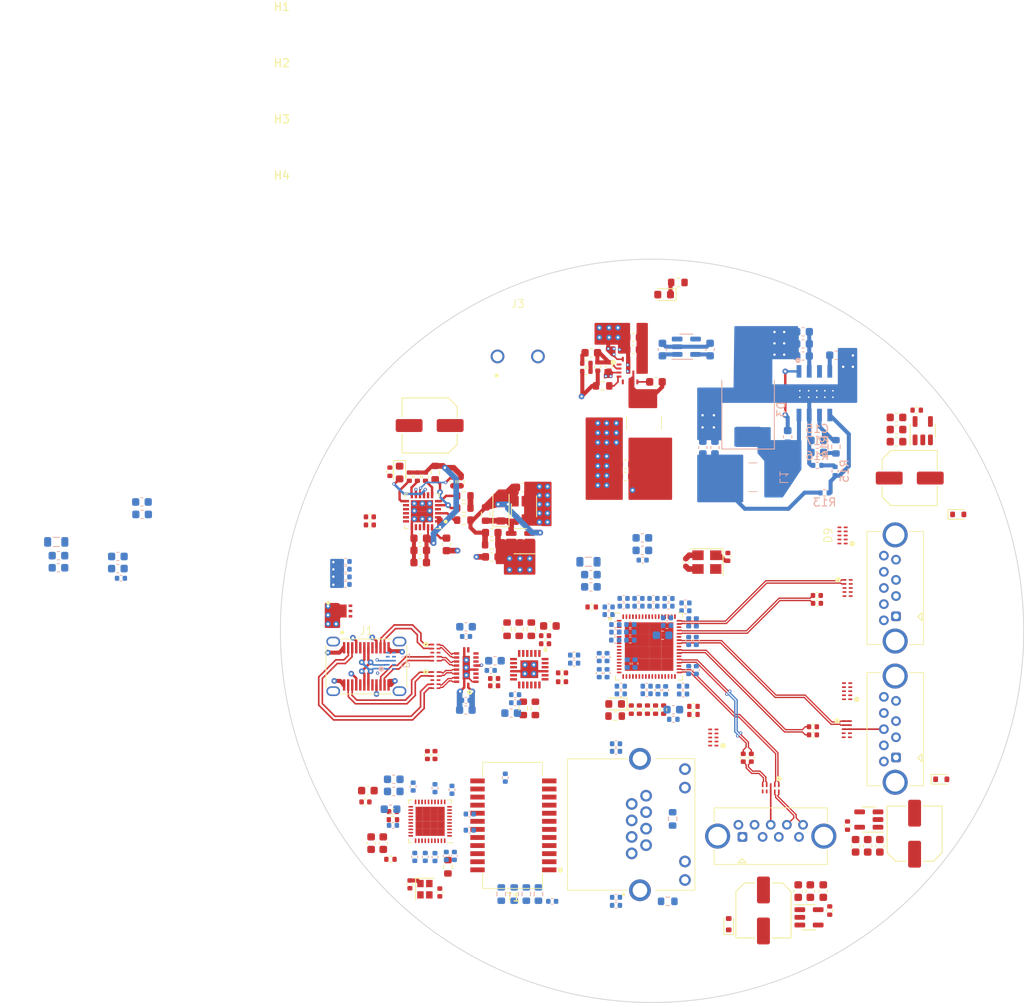
<source format=kicad_pcb>
(kicad_pcb (version 20221018) (generator pcbnew)
  (layers (0 "F.Cu" signal) (1 "In1.Cu" power) (2 "In2.Cu" power) (3 "In3.Cu" signal) (4 "In4.Cu" power) (31 "B.Cu" signal) (34 "B.Paste" user) (35 "F.Paste" user) (36 "B.SilkS" user "B.Silkscreen") (37 "F.SilkS" user "F.Silkscreen") (38 "B.Mask" user) (39 "F.Mask" user) (44 "Edge.Cuts" user))
  (net 0 "")
  (net 1 "+20V")
  (net 2 "GND")
  (net 3 "VBUS")
  (net 4 "Net-(D1-A)")
  (net 5 "Net-(U1-VCCD)")
  (net 6 "/01 Power/USB_PD_VDDD_3V3")
  (net 7 "Net-(D3-K)")
  (net 8 "Net-(U2-BOOT)")
  (net 9 "+1V2")
  (net 10 "+5V")
  (net 11 "Net-(U2-COMP)")
  (net 12 "Net-(U2-SS)")
  (net 13 "Net-(C17-Pad1)")
  (net 14 "+3V3")
  (net 15 "Net-(U4-BOOT)")
  (net 16 "Net-(U4-SW)")
  (net 17 "Net-(C25-Pad1)")
  (net 18 "Net-(U4-FB)")
  (net 19 "USB_UFP_CC2")
  (net 20 "USB_UFP_CC1")
  (net 21 "/02 USB UFP/UFP_TX-")
  (net 22 "/02 USB UFP/UFP_TX_A_N")
  (net 23 "/02 USB UFP/UFP_RX_B_N")
  (net 24 "USB_UFP_TXN")
  (net 25 "/02 USB UFP/UFP_TX+")
  (net 26 "/02 USB UFP/UFP_TX_A_P")
  (net 27 "/02 USB UFP/UFP_RX_B_P")
  (net 28 "USB_UFP_TXP")
  (net 29 "USB_UFP_RXN")
  (net 30 "USB_UFP_RXP")
  (net 31 "/03 USB_DFP/USB_DS1_VBUS")
  (net 32 "/03 USB_DFP/USB_DS2_VBUS")
  (net 33 "/03 USB_DFP/USB_DS3_VBUS")
  (net 34 "HUB1_DS1_TXP")
  (net 35 "HUB1_DS1_TXN")
  (net 36 "HUB1_DS2_TXP")
  (net 37 "HUB1_DS2_TXN")
  (net 38 "/04 Hub Controller/DVDD12")
  (net 39 "HUB1_DS3_TXP")
  (net 40 "HUB1_DS3_TXN")
  (net 41 "HUB1_DS4_TXP")
  (net 42 "HUB1_DS4_TXN")
  (net 43 "/04 Hub Controller/RESETN")
  (net 44 "Net-(D1-K)")
  (net 45 "Net-(D2-K)")
  (net 46 "/01 Power/FAULT")
  (net 47 "Net-(D4-K)")
  (net 48 "USB_UFP_DN")
  (net 49 "USB_UFP_DP")
  (net 50 "/02 USB UFP/UFP_RX-")
  (net 51 "/02 USB UFP/UFP_RX+")
  (net 52 "/02 USB UFP/UFP_TX_B_N")
  (net 53 "/02 USB UFP/UFP_TX_B_P")
  (net 54 "HUB1_DS1_RXP")
  (net 55 "HUB1_DS1_RXN")
  (net 56 "HUB1_DS1_DP")
  (net 57 "HUB1_DS1_DN")
  (net 58 "HUB1_DS2_RXP")
  (net 59 "HUB1_DS2_RXN")
  (net 60 "HUB1_DS2_DP")
  (net 61 "HUB1_DS2_DN")
  (net 62 "HUB1_DS3_RXP")
  (net 63 "HUB1_DS3_RXN")
  (net 64 "HUB1_DS3_DP")
  (net 65 "HUB1_DS3_DN")
  (net 66 "HUB1_DS4_RXP")
  (net 67 "HUB1_DS4_RXN")
  (net 68 "HUB1_DS4_DP")
  (net 69 "HUB1_DS4_DN")
  (net 70 "/04 Hub Controller/SUSPEND")
  (net 74 "Net-(U1-VBUS_FET_EN)")
  (net 75 "Net-(U1-HPI_SDA)")
  (net 76 "Net-(U1-HPI_SCL)")
  (net 77 "Net-(U1-HPI_INT)")
  (net 78 "Net-(U11-XTL_OUT)")
  (net 79 "USB_UFP_FLIP")
  (net 80 "Net-(U1-ISNK_COARSE)")
  (net 81 "Net-(U1-ISNK_FINE)")
  (net 82 "Net-(U2-VSENSE)")
  (net 83 "Net-(U4-PG)")
  (net 84 "Net-(U7-EN_RXD)")
  (net 85 "Net-(U7-EQ1)")
  (net 86 "Net-(U7-OS2)")
  (net 87 "Net-(U7-OS1)")
  (net 88 "Net-(U7-EQ2)")
  (net 89 "Net-(U12-~{FLT})")
  (net 90 "Net-(U14-~{FLT})")
  (net 91 "/04 Hub Controller/I2C_DATA")
  (net 92 "/04 Hub Controller/I2C_CLK")
  (net 104 "HUB1_PWR_EN_DS")
  (net 105 "HUB1_OVRCURR")
  (net 113 "/02 USB UFP/UFP_RX2-")
  (net 114 "/02 USB UFP/UFP_RX2+")
  (net 115 "/02 USB UFP/UFP_TX2-")
  (net 116 "/02 USB UFP/UFP_TX2+")
  (net 117 "/02 USB UFP/UFP_RX1-")
  (net 118 "/02 USB UFP/UFP_RX1+")
  (net 119 "/02 USB UFP/UFP_TX1-")
  (net 120 "/02 USB UFP/UFP_TX1+")
  (net 123 "Net-(U11-XTL_IN)")
  (net 124 "Net-(C100-Pad1)")
  (net 125 "/04 Hub Controller/HUB1_DS1_1_TXP")
  (net 126 "/04 Hub Controller/HUB1_DS1_1_TXN")
  (net 127 "/04 Hub Controller/HUB1_DS2_1_TXP")
  (net 128 "/04 Hub Controller/HUB1_DS2_1_TXN")
  (net 129 "/04 Hub Controller/HUB1_DS3_1_TXP")
  (net 130 "/04 Hub Controller/HUB1_DS3_1_TXN")
  (net 131 "/04 Hub Controller/HUB1_DS4_1_TXP")
  (net 132 "/04 Hub Controller/HUB1_DS4_1_TXN")
  (net 133 "Net-(U15A-CKXTAL1)")
  (net 134 "Net-(U15A-CKXTAL2)")
  (net 135 "Net-(U15B-DVDD10_UPS_REGOUT)")
  (net 136 "/05 Ethernet USB IC/VDD10")
  (net 137 "/05 Ethernet USB IC/VDD33")
  (net 138 "Net-(T1-CX1)")
  (net 139 "SHIELD")
  (net 144 "Net-(D14-K)")
  (net 145 "Net-(J2-Pad9)")
  (net 146 "Net-(J2-Pad11)")
  (net 147 "Net-(R8-Pad2)")
  (net 148 "Net-(R15-Pad2)")
  (net 149 "Net-(R18-Pad2)")
  (net 150 "Net-(U11-RREF_SS)")
  (net 151 "Net-(U11-RREF_USB2)")
  (net 152 "Net-(U11-MODE_SEL[1])")
  (net 153 "Net-(U11-RESERVED2)")
  (net 154 "Net-(U11-MODE_SEL[0])")
  (net 155 "Net-(U11-RESERVED1)")
  (net 156 "Net-(U13-~{FLT})")
  (net 157 "Net-(U15A-EEDI{slash}SPISDI{slash}ENSWREG)")
  (net 158 "Net-(U15A-RSET)")
  (net 159 "Net-(U15A-EECS)")
  (net 160 "Net-(C150-Pad1)")
  (net 161 "Net-(T1-CD1)")
  (net 162 "Net-(T1-CD2)")
  (net 163 "Net-(T1-CD3)")
  (net 164 "Net-(T1-CD4)")
  (net 165 "/05 Ethernet USB IC/LED_L+")
  (net 166 "/05 Ethernet USB IC/LED_R+")
  (net 171 "/05 Ethernet USB IC/X4-")
  (net 172 "/05 Ethernet USB IC/X4+")
  (net 173 "/05 Ethernet USB IC/X3-")
  (net 174 "/05 Ethernet USB IC/X3+")
  (net 175 "/05 Ethernet USB IC/X2-")
  (net 176 "/05 Ethernet USB IC/X2+")
  (net 177 "/05 Ethernet USB IC/X1-")
  (net 178 "/05 Ethernet USB IC/X1+")
  (net 179 "/05 Ethernet USB IC/ETH4-")
  (net 180 "/05 Ethernet USB IC/ETH4+")
  (net 181 "/05 Ethernet USB IC/ETH2-")
  (net 182 "/05 Ethernet USB IC/ETH3-")
  (net 183 "/05 Ethernet USB IC/ETH3+")
  (net 184 "/05 Ethernet USB IC/ETH2+")
  (net 185 "/05 Ethernet USB IC/ETH1-")
  (net 186 "/05 Ethernet USB IC/ETH1+")
  (footprint "Capacitor_SMD:C_0402_1005Metric" (layer "F.Cu") (at 105.78 135.2)
    (fp_text reference "C33" hide)
    (fp_text value "100n" hide)
  )
  (footprint "CakeUSB:PUSB3FR4Z" (layer "F.Cu") (at 133.7 153.0875 180)
    (fp_text reference "D10" hide)
    (fp_text value "PUSB3FR4Z" hide)
  )
  (footprint "Resistor_SMD:R_0603_1608Metric" (layer "F.Cu") (at 95.726319 116.90625)
    (fp_text reference "R12" hide)
    (fp_text value "5k1")
  )
  (footprint "CakeUSB:Molex_484080003" (layer "F.Cu") (at 133.7 159)
    (fp_text reference "U9" hide)
    (fp_text value "USB_3_Type_A_Molex_484080003" hide)
  )
  (footprint "Capacitor_SMD:C_0402_1005Metric" (layer "F.Cu") (at 131.3 149.3 -90)
    (fp_text reference "C83" hide)
    (fp_text value "100n" hide)
  )
  (footprint "Resistor_SMD:R_0603_1608Metric" (layer "F.Cu") (at 104.08 133.4 -90)
    (fp_text reference "R24" hide)
    (fp_text value "1k")
  )
  (footprint "Capacitor_SMD:C_0402_1005Metric" (layer "F.Cu") (at 99.48 139.5)
    (fp_text reference "C46" hide)
    (fp_text value "100n" hide)
  )
  (footprint "Capacitor_SMD:C_Elec_6.3x7.7" (layer "F.Cu") (at 150.9 114.7)
    (fp_text reference "C115" hide)
    (fp_text value "150u" hide)
  )
  (footprint "MountingHole:MountingHole_2.7mm_M2.5" (layer "F.Cu") (at 73.2 60.1)
    (fp_text reference "H1")
    (fp_text value "MountingHole")
  )
  (footprint "Capacitor_SMD:C_0603_1608Metric" (layer "F.Cu") (at 99.183444 124.45 180)
    (fp_text reference "C4" hide)
    (fp_text value "3u3")
  )
  (footprint "Capacitor_SMD:C_0603_1608Metric" (layer "F.Cu") (at 90.333944 123.6495 180)
    (fp_text reference "C8" hide)
    (fp_text value "100n")
  )
  (footprint "CakeUSB:PUSB3FR4Z" (layer "F.Cu") (at 142.5875 121.8 90)
    (fp_text reference "D9")
    (fp_text value "PUSB3FR4Z" hide)
  )
  (footprint "Diode_SMD:D_SOD-523" (layer "F.Cu") (at 156.9 119.2)
    (fp_text reference "D15" hide)
    (fp_text value "ESD5B5.0ST1G" hide)
  )
  (footprint "Resistor_SMD:R_0402_1005Metric" (layer "F.Cu") (at 124.14 143.95 180)
    (fp_text reference "R36" hide)
    (fp_text value "2k" hide)
  )
  (footprint "Resistor_SMD:R_0603_1608Metric" (layer "F.Cu") (at 102.58 133.4 90)
    (fp_text reference "R27" hide)
    (fp_text value "1k")
  )
  (footprint "Capacitor_SMD:C_0603_1608Metric" (layer "F.Cu") (at 90.333944 122.1495 180)
    (fp_text reference "C6" hide)
    (fp_text value "100n")
  )
  (footprint "Resistor_SMD:R_0402_1005Metric" (layer "F.Cu") (at 110.89 100.5)
    (fp_text reference "R18" hide)
    (fp_text value "10k")
  )
  (footprint "CakeUSB:PI3USB302-Ax" (layer "F.Cu") (at 96.03 138.15 180)
    (fp_text reference "U6" hide)
    (fp_text value "PI3USB302-Ax" hide)
  )
  (footprint "CakeUSB:PUSB3FR4Z" (layer "F.Cu") (at 143.2125 128.3 -90)
    (fp_text reference "D8" hide)
    (fp_text value "PUSB3FR4Z" hide)
  )
  (footprint "CakeUSB:PUSB3FR4Z" (layer "F.Cu") (at 143.15 141.07 90)
    (fp_text reference "D13" hide)
    (fp_text value "PUSB3FR4Z" hide)
  )
  (footprint "Capacitor_SMD:C_0402_1005Metric" (layer "F.Cu") (at 91.225377 148.97 -90)
    (fp_text reference "C84" hide)
    (fp_text value "100n" hide)
  )
  (footprint "LED_SMD:LED_0603_1608Metric" (layer "F.Cu") (at 114.45 142.65 180)
    (fp_text reference "D14" hide)
    (fp_text value "RED" hide)
  )
  (footprint "Capacitor_SMD:C_0603_1608Metric" (layer "F.Cu") (at 103.026319 115.85625 180)
    (fp_text reference "C3" hide)
    (fp_text value "1u")
  )
  (footprint "Capacitor_SMD:C_0603_1608Metric" (layer "F.Cu") (at 111.5 99.2)
    (fp_text reference "C25" hide)
    (fp_text value "100p")
  )
  (footprint "Capacitor_SMD:C_0603_1608Metric" (layer "F.Cu") (at 116.675 97.3 180)
    (fp_text reference "C21" hide)
    (fp_text value "22u" hide)
  )
  (footprint "Crystal:Crystal_SMD_3225-4Pin_3.2x2.5mm" (layer "F.Cu") (at 125.8 125.1 180)
    (fp_text reference "Y1" hide)
    (fp_text value "26MHz" hide)
  )
  (footprint "Capacitor_SMD:C_0603_1608Metric" (layer "F.Cu") (at 106.38 133)
    (fp_text reference "C32" hide)
    (fp_text value "10u" hide)
  )
  (footprint "Capacitor_SMD:C_0402_1005Metric" (layer "F.Cu") (at 99.48 140.4)
    (fp_text reference "C48" hide)
    (fp_text value "100n" hide)
  )
  (footprint "LED_SMD:LED_0603_1608Metric" (layer "F.Cu") (at 87.783444 114.015 -90)
    (fp_text reference "D2" hide)
    (fp_text value "RED")
  )
  (footprint "Capacitor_SMD:C_0603_1608Metric" (layer "F.Cu") (at 83.86 153.37)
    (fp_text reference "C128" hide)
    (fp_text value "10u" hide)
  )
  (footprint "Capacitor_SMD:C_0603_1608Metric" (layer "F.Cu") (at 149.2625 110.2)
    (fp_text reference "C117" hide)
    (fp_text value "100n" hide)
  )
  (footprint "Capacitor_SMD:C_0603_1608Metric" (layer "F.Cu") (at 93.583944 122.90625 -90)
    (fp_text reference "C5" hide)
    (fp_text value "1u")
  )
  (footprint "Resistor_SMD:R_0603_1608Metric" (layer "F.Cu") (at 93.76 162.795 90)
    (fp_text reference "R42" hide)
    (fp_text value "2k49_1%" hide)
  )
  (footprint "Capacitor_SMD:C_0603_1608Metric" (layer "F.Cu") (at 144.2 160.2 90)
    (fp_text reference "C118" hide)
    (fp_text value "100n" hide)
  )
  (footprint "Capacitor_SMD:C_Elec_6.3x7.7" (layer "F.Cu") (at 132.8 168.2 -90)
    (fp_text reference "C123" hide)
    (fp_text value "150u" hide)
  )
  (footprint "CakeUSB:TerminalBlock_WJ103-5.0-2P" (layer "F.Cu") (at 102.4 99.65)
    (fp_text reference "J3")
    (fp_text value "Screw_Terminal_01x02" hide)
  )
  (footprint "Capacitor_SMD:C_0603_1608Metric" (layer "F.Cu") (at 145.7 160.2 90)
    (fp_text reference "C121" hide)
    (fp_text value "100n" hide)
  )
  (footprint "Capacitor_SMD:C_Elec_6.3x7.7" (layer "F.Cu") (at 91.5 108.2 180)
    (fp_text reference "C1" hide)
    (fp_text value "150u" hide)
  )
  (footprint "Resistor_SMD:R_0402_1005Metric" (layer "F.Cu") (at 110.89 101.5 180)
    (fp_text reference "R19" hide)
    (fp_text value "10k")
  )
  (footprint "Resistor_SMD:R_0402_1005Metric" (layer "F.Cu") (at 89.983444 114.525 -90)
    (fp_text reference "R5" hide)
    (fp_text value "10k")
  )
  (footprint "Resistor_SMD:R_0603_1608Metric" (layer "F.Cu") (at 101.08 133.4 -90)
    (fp_text reference "R23" hide)
    (fp_text value "5k1")
  )
  (footprint "Capacitor_SMD:C_0402_1005Metric" (layer "F.Cu") (at 123.2 125.15 90)
    (fp_text reference "C51" hide)
    (fp_text value "10p")
  )
  (footprint "CakeUSB:Molex_484080003" (layer "F.Cu") (at 149.1 128.3 90)
    (fp_text reference "U8" hide)
    (fp_text value "USB_3_Type_A_Molex_484080003")
  )
  (footprint "Crystal:Crystal_SMD_2016-4Pin_2.0x1.6mm" (layer "F.Cu") (at 90.91 165.57 -90)
    (fp_text reference "Y2" hide)
    (fp_text value "25MHz 18pF" hide)
  )
  (footprint "Capacitor_SMD:C_0603_1608Metric" (layer "F.Cu") (at 115.725 114.5 180)
    (fp_text reference "C23" hide)
    (fp_text value "22u" hide)
  )
  (footprint "Resistor_SMD:R_0402_1005Metric" (layer "F.Cu") (at 111.55 130.65 180)
    (fp_text reference "R29" hide)
    (fp_text value "6k04_1%" hide)
  )
  (footprint "Capacitor_SMD:C_0402_1005Metric" (layer "F.Cu") (at 105.78 134.2)
    (fp_text reference "C34" hide)
    (fp_text value "100n" hide)
  )
  (footprint "CakeUSB:TPS56637RPAR" (layer "F.Cu") (at 116.33 101.4)
    (fp_text reference "U4" hide)
    (fp_text value "TPS56637RPAR" hide)
  )
  (footprint "Capacitor_SMD:C_0603_1608Metric" (layer "F.Cu") (at 90.333944 125.1495 180)
    (fp_text reference "C7" hide)
    (fp_text value "1u")
  )
  (footprint "CakeUSB:FXL0630x" (layer "F.Cu") (at 117.9 107.9 -90)
    (fp_text reference "L2" hide)
    (fp_text value "3.3u")
  )
  (footprint "Resistor_SMD:R_0402_1005Metric" (layer "F.Cu") (at 94.383444 115.15 90)
    (fp_text reference "R9" hide)
    (fp_text value "2k")
  )
  (footprint "Diode_SMD:D_SOD-523" (layer "F.Cu") (at 128.5 169.9 90)
    (fp_text reference "D17" hide)
    (fp_text value "ESD5B5.0ST1G" hide)
  )
  (footprint "CakeUSB:PUSB3FR4Z" (layer "F.Cu") (at 126.6 146.8 90)
    (fp_text reference "D11" hide)
    (fp_text value "PUSB3FR4Z" hide)
  )
  (footprint "Capacitor_SMD:C_0603_1608Metric" (layer "F.Cu") (at 85.76 159.87 90)
    (fp_text reference "C132" hide)
    (fp_text value "1u" hide)
  )
  (footprint "Resistor_SMD:R_0402_1005Metric" (layer "F.Cu") (at 120.45 143.35 90)
    (fp_text reference "R28" hide)
    (fp_text value "200_1%" hide)
  )
  (footprint "CakeUSB:CYUSB3304-68LTXx" (layer "F.Cu") (at 118.65 135.55)
    (fp_text reference "U11" hide)
    (fp_text value "CYUSB3304-68LTXx" hide)
  )
  (footprint "Capacitor_SMD:C_0603_1608Metric" (layer "F.Cu") (at 140.2 165.8 -90)
    (fp_text reference "C122" hide)
    (fp_text value "100n" hide)
  )
  (footprint "Capacitor_SMD:C_0603_1608Metric" (layer "F.Cu") (at 84.26 159.87 90)
    (fp_text reference "C131" hide)
    (fp_text value "4u7" hide)
  )
  (footprint "Package_TO_SOT_SMD:SOT-23-5" (layer "F.Cu") (at 152.5125 108.8375 90)
    (fp_text reference "U12" hide)
    (fp_text value "TPS20xxC" hide)
  )
  (footprint "Package_TO_SOT_SMD:SOT-23-5" (layer "F.Cu") (at 138.4375 169.05)
    (fp_text reference "U14" hide)
    (fp_text value "TPS20xxC" hide)
  )
  (footprint "Package_TO_SOT_SMD:SOT-23-5" (layer "F.Cu") (at 145.8375 156.95 180)
    (fp_text reference "U13" hide)
    (fp_text value "TPS20xxC" hide)
  )
  (footprint "Capacitor_SMD:C_0402_1005Metric" (layer "F.Cu") (at 139.406263 129.226239)
    (fp_text reference "C56" hide)
    (fp_text value "100n" hide)
  )
  (footprint "Capacitor_SMD:C_0603_1608Metric" (layer "F.Cu") (at 116.675 98.8 180)
    (fp_text reference "C22" hide)
    (fp_text value "100n" hide)
  )
  (footprint "CakeUSB:USB_C_Receptacle_GT-USB-7028x" (layer "F.Cu") (at 83.67 138)
    (fp_text reference "J1")
    (fp_text value "USB_C_Receptacle" hide)
  )
  (footprint "Resistor_SMD:R_0603_1608Metric" (layer "F.Cu") (at 95.726319 119.90625 180)
    (fp_text reference "R4" hide)
    (fp_text value "1k")
  )
  (footprint "Capacitor_SMD:C_0402_1005Metric" (layer "F.Cu") (at 92.76 165.97 -90)
    (fp_text reference "C127" hide)
    (fp_text value "27p" hide)
  )
  (footprint "Capacitor_SMD:C_0402_1005Metric" (layer "F.Cu") (at 107.88 138.8)
    (fp_text reference "C47" hide)
    (fp_text value "100n" hide)
  )
  (footprint "Resistor_SMD:R_0402_1005Metric" (layer "F.Cu") (at 118.45 143.35 90)
    (fp_text reference "R32" hide)
    (fp_text value "10k" hide)
  )
  (footprint "Capacitor_SMD:C_0402_1005Metric" (layer "F.Cu") (at 83.56 154.77)
    (fp_text reference "C129" hide)
    (fp_text value "100n" hide)
  )
  (footprint "CakeUSB:TUSB522Px" (layer "F.Cu") (at 103.83 138.35 -90)
    (fp_text reference "U7" hide)
    (fp_text value "TUSB522Px" hide)
  )
  (footprint "Package_TO_SOT_SMD:SOT-23-6" (layer "F.Cu") (at 103.176319 118.6995 -90)
    (fp_text reference "Q2" hide)
    (fp_text value "SI3421DV")
  )
  (footprint "Resistor_SMD:R_0402_1005Metric" (layer "F.Cu") (at 112.3 100.9 90)
    (fp_text reference "R20" hide)
    (fp_text value "73k2")
  )
  (footprint "Resistor_SMD:R_0402_1005Metric" (layer "F.Cu") (at 119.45 143.35 90)
    (fp_text reference "R30" hide)
    (fp_text value "10k" hide)
  )
  (footprint "Resistor_SMD:R_0603_1608Metric" (layer "F.Cu") (at 114.45 144.15 180)
    (fp_text reference "R37" hide)
    (fp_text value "5k1" hide)
  )
  (footprint "Resistor_SMD:R_0402_1005Metric" (layer "F.Cu") (at 141 168.21 -90)
    (fp_text reference "R40" hide)
    (fp_text value "10k" hide)
  )
  (footprint "Capacitor_SMD:C_0402_1005Metric" (layer "F.Cu") (at 128.4 124.45 90)
    (fp_text reference "C50" hide)
    (fp_text value "10p" hide)
  )
  (footprint "Resistor_SMD:R_0603_1608Metric" (layer "F.Cu") (at 98.426319 119.15625 90)
    (fp_text reference "R2" hide)
    (fp_text value "50k")
  )
  (footprint "Resistor_SMD:R_0402_1005Metric" (layer "F.Cu") (at 116.45 143.35 -90)
    (fp_text reference "R33" hide)
    (fp_text value "10k" hide)
  )
  (footprint "Capacitor_SMD:C_0402_1005Metric" (layer "F.Cu") (at 139.42 130.2)
    (fp_text reference "C55" hide)
    (fp_text value "100n" hide)
  )
  (footprint "CakeUSB:G24P02S" (layer "F.Cu") (at 101.86 157.67 90)
    (fp_text reference "T1")
    (fp_text value "G24P02S")
  )
  (footprint "Resistor_SMD:R_0402_1005Metric" (layer "F.Cu") (at 86.583444 113.915 -90)
    (fp_text reference "R3" hide)
    (fp_text value "10k")
  )
  (footprint "Resistor_SMD:R_0603_1608Metric" (layer "F.Cu") (at 95.726319 118.40625)
    (fp_text reference "R11" hide)
    (fp_text value "5k1")
  )
  (footprint "Capacitor_SMD:C_0402_1005Metric" (layer "F.Cu") (at 138.92 146.47)
    (fp_text reference "C70" hide)
    (fp_text value "100n" hide)
  )
  (footprint "CakeUSB:CYPD3177_24LQx_QFN-24_EP_4x4_Pitch0.5mm" (layer "F.Cu") (at 90.552444 118.806 180)
    (fp_text reference "U1" hide)
    (fp_text value "CYPD3177_24x")
  )
  (footprint "CakeUSB:Molex_484080003" (layer "F.Cu") (at 149.1 145.77 90)
    (fp_text reference "U10" hide)
    (fp_text value "USB_3_Type_A_Molex_484080003" hide)
  )
  (footprint "Capacitor_SMD:C_0603_1608Metric" (layer "F.Cu") (at 147.2 160.2 90)
    (fp_text reference "C120" hide)
    (fp_text value "100n" hide)
  )
  (footprint "Capacitor_SMD:C_0603_1608Metric" (layer "F.Cu") (at 119.5 102.8)
    (fp_text reference "C20" hide)
    (fp_text value "100n" hide)
  )
  (footprint "Resistor_SMD:R_0603_1608Metric" (layer "F.Cu") (at 112.9 103.3 180)
    (fp_text reference "R17" hide)
    (fp_text value "100k")
  )
  (footprint "Capacitor_SMD:C_0402_1005Metric" (layer "F.Cu") (at 89.06 164.97 -90)
    (fp_text reference "C126" hide)
    (fp_text value "27p" hide)
  )
  (footprint "Resistor_SMD:R_0402_1005Metric" (layer "F.Cu") (at 88.983444 114.525 -90)
    (fp_text reference "R6" hide)
    (fp_text value "10k")
  )
  (footprint "Resistor_SMD:R_0402_1005Metric" (layer "F.Cu") (at 95.383444 115.15 -90)
    (fp_text reference "R8" hide)
    (fp_text value "2k")
  )
  (footprint "CakeUSB:PUSB3FR4Z" (layer "F.Cu") (at 92.21 136.3 -90)
    (fp_text reference "D5" hide)
    (fp_text value "PUSB3FR4Z" hide)
  )
  (footprint "Capacitor_SMD:C_0402_1005Metric" (layer "F.Cu") (at 92.16 148.97 -90)
    (fp_text reference "C85" hide)
    (fp_text value "100n" hide)
  )
  (footprint "Capacitor_SMD:C_0402_1005Metric" (layer "F.Cu") (at 130.3 149.3 -90)
    (fp_text reference "C82" hide)
    (fp_text value "100n" hide)
  )
  (footprint "Resistor_SMD:R_0402_1005Metric" (layer "F.Cu") (at 117.45 143.35 -90)
    (fp_text reference "R31" hide)
    (fp_text value "10k" hide)
  )
  (footprint "Capacitor_SMD:C_0402_1005Metric" (layer "F.Cu") (at 86.96 155.97 180)
    (fp_text reference "C138" hide)
    (fp_text value "100n" hide)
  )
  (footprint "Resistor_SMD:R_0402_1005Metric" (layer "F.Cu") (at 86.96 156.97)
    (fp_text reference "R41" hide)
    (fp_text value "10k" hide)
  )
  (footprint "Package_TO_SOT_SMD:SOT-23-6" (layer "F.Cu") (at 102.726319 122.50625 180)
    (fp_text reference "Q1" hide)
    (fp_text value "SI3421DV")
  )
  (footprint "CakeUSB:TVS2200DRVx" (layer "F.Cu") (at 80.725 131.15)
    (fp_text reference "U5" hide)
    (fp_text value "TVS2200DRVx" hide)
  )
  (footprint "Capacitor_SMD:C_0402_1005Metric" (layer "F.Cu") (at 84.1 120.5 180)
    (fp_text reference "C31" hide)
    (fp_text value "220pF" hide)
  )
  (footprint "Diode_SMD:D_SOD-523" (layer "F.Cu") (at 154.8 151.97)
    (fp_text reference "D16" hide)
    (fp_text value "ESD5B5.0ST1G" hide)
  )
  (footprint "Resistor_SMD:R_0402_1005Metric" (layer "F.Cu") (at 90.983444 114.525 -90)
    (fp_text reference "R7" hide)
    (fp_text value "10k")
  )
  (footprint "Resistor_SMD:R_0603_1608Metric" (layer "F.Cu") (at 104.58 143.2 -90)
    (fp_text reference "R25" hide)
    (fp_text value "1k")
  )
  (footprint "Resistor_SMD:R_0402_1005Metric" (layer "F.Cu") (at 143.2 157.7 90)
    (fp_text reference "R39" hide)
    (fp_text value "10k" hide)
  )
  (footprint "Capacitor_SMD:C_0603_1608Metric" (layer "F.Cu") (at 115.725 113 180)
    (fp_text reference "C24" hide)
    (fp_text value "22u" hide)
  )
  (footprint "CakeUSB:PUSB3FR4Z" (layer "F.Cu") (at 92.21 139.7 -90)
    (fp_text reference "D6" hide)
    (fp_text value "PUSB3FR4Z" hide)
  )
  (footprint "Resistor_SMD:R_0402_1005Metric" (layer "F.Cu") (at 86.65 161.87)
    (fp_text reference "R43" hide)
    (fp_text value "10k")
  )
  (footprint "Capacitor_SMD:C_0603_1608Metric" (layer "F.Cu") (at 99.183444 121.45625 180)
    (fp_text reference "C2" hide)
    (fp_text value "1u")
  )
  (footprint "MountingHole:MountingHole_2.7mm_M2.5" (layer "F.Cu") (at 73.2 67.05)
    (fp_text reference "H2")
    (fp_text value "MountingHole")
  )
  (footprint "Resistor_SMD:R_0603_1608Metric" (layer "F.Cu") (at 103.08 143.2 -90)
    (fp_text reference "R26" hide)
    (fp_text value "1k")
  )
  (footprint "Resistor_SMD:R_0603_1608Metric" (layer "F.Cu") (at 99.183444 122.95 180)
    (fp_text reference "R1" hide)
    (fp_text value "10k")
  )
  (footprint "Capacitor_SMD:C_0402_1005Metric" (layer "F.Cu") (at 107.88 139.9)
    (fp_text reference "C49" hide)
    (fp_text value "100n" hide)
  )
  (footprint "CakeUSB:PUSB3FR4Z" (layer "F.Cu") (at 143.1125 145.77 -90)
    (fp_text reference "D12" hide)
    (fp_text value "PUSB3FR4Z" hide)
  )
  (footprint "CakeUSB:R-RJ45R08P-C000" (layer "F.Cu") (at 117.52 157.57 -90)
    (fp_text reference "J2" hide)
    (fp_text value "R-RJ45R08P-C000" hide)
  )
  (footprint "Capacitor_SMD:C_0603_1608Metric" (layer "F.Cu") (at 137.1 165.8 -90)
    (fp_text reference "C124" hide)
    (fp_text value "100n" hide)
  )
  (footprint "Resistor_SMD:R_0402_1005Metric" (layer "F.Cu") (at 124.14 142.95 180)
    (fp_text reference "R35" hide)
    (fp_text value "2k" hide)
  )
  (footprint "MountingHole:MountingHole_2.7mm_M2.5" (layer "F.Cu") (at 73.2 80.95)
    (fp_text reference "H4")
    (fp_text value "MountingHole")
  )
  (footprint "Resistor_SMD:R_0402_1005Metric" (layer "F.Cu") (at 151.7625 106.3)
    (fp_text reference "R38" hide)
    (fp_text value "10k" hide)
  )
  (footprint "Capacitor_SMD:C_0402_1005Metric" (layer "F.Cu") (at 84.1 119.5 180)
    (fp_text reference "C30" hide)
    (fp_text value "220pF" hide)
  )
  (footprint "LED_SMD:LED_0603_1608Metric" (layer "F.Cu") (at 120.5125 92 180)
    (fp_text reference "D4" hide)
    (fp_text value "GREEN")
  )
  (footprint "Resistor_SMD:R_0603_1608Metric" (layer "F.Cu") (at 122.2125 90.5)
    (fp_text reference "R22" hide)
    (fp_text value "5k1")
  )
  (footprint "Capacitor_SMD:C_0402_1005Metric" (layer "F.Cu") (at 138.92 145.47)
    (fp_text reference "C71" hide)
    (fp_text value "100n" hide)
  )
  (footprint "Capacitor_SMD:C_0603_1608Metric" (layer "F.Cu") (at 149.2625 108.7)
    (fp_text reference "C116" hide)
    (fp_text value "100n" hide)
  )
  (footprint "Resistor_SMD:R_0603_1608Metric" (layer "F.Cu") (at 92.183444 114.025 -90)
    (fp_text reference "R10" hide)
    (fp_text value "5k1")
  )
  (footprint "Capacitor_SMD:C_0603_1608Metric" (layer "F.Cu") (at 149.2625 107.2)
    (fp_text reference "C114" hide)
    (fp_text value "100n" hide)
  )
  (footprint "Diode_SMD:D_SOD-123" (layer "F.Cu") (at 100.326319 118.35625 90)
    (fp_text reference "D1" hide)
    (fp_text value "BZT52C12")
  )
  (footprint "CakeUSB:RTL8153B-VB-CG" (layer "F.Cu") (at 91.56 157.17 180)
    (fp_text reference "U15" hide)
    (fp_text value "RTL8153-VB-CG" hide)
  )
  (footprint "Resistor_SMD:R_0402_1005Metric" (layer "F.Cu") (at 113.7 100.9 -90)
    (fp_text reference "R21" hide)
    (fp_text value "10k")
  )
  (footprint "Capacitor_SMD:C_0603_1608Metric" (layer "F.Cu") (at 138.6 165.8 -90)
    (fp_text reference "C125" hide)
    (fp_text value "100n" hide)
  )
  (footprint "MountingHole:MountingHole_2.7mm_M2.5" (layer "F.Cu") (at 73.2 74)
    (fp_text reference "H3")
    (fp_text value "MountingHole")
  )
  (footprint "Capacitor_SMD:C_Elec_6.3x7.7" (layer "F.Cu") (at 151.5 158.7 90)
    (fp_text reference "C119" hide)
    (fp_text value "150u" hide)
  )
  (footprint "Capacitor_SMD:C_0603_1608Metric" (layer "B.Cu") (at 137.7 96.6)
    (fp_text reference "C12" hide)
    (fp_text value "4u7" hide)
  )
  (footprint "Capacitor_SMD:C_0603_1608Metric" (layer "B.Cu") (at 99.58 137.3)
    (fp_text reference "C39" hide)
    (fp_text value "10u" hide)
  )
  (footprint "Capacitor_SMD:C_0402_1005Metric" (layer "B.Cu") (at 116.312124 133.75)
    (fp_text reference "C102" hide)
    (fp_text value "10n")
  )
  (footprint "Capacitor_SMD:C_0402_1005Metric" (layer "B.Cu") (at 94.56 161.45 -90)
    (fp_text reference "C140" hide)
    (fp_text value "100n" hide)
  )
  (footprint "Capacitor_SMD:C_0603_1608Metric" (layer "B.Cu") (at 55.925 119.2 180)
    (fp_text reference "C105" hide)
    (fp_text value "22u")
  )
  (footprint "Capacitor_SMD:C_0402_1005Metric" (layer "B.Cu") (at 92.16 153.07 90)
    (fp_text reference "C143" hide)
    (fp_text value "100n")
  )
  (footprint "Capacitor_SMD:C_0402_1005Metric" (layer "B.Cu") (at 122.855295 141.418594)
    (fp_text reference "C64" hide)
    (fp_text value "10n")
  )
  (footprint "Resistor_SMD:R_0402_1005Metric" (layer "B.Cu") (at 139.465 113.1325 180)
    (fp_text reference "R16")
    (fp_text value "10k")
  )
  (footprint "Capacitor_SMD:C_0402_1005Metric" (layer "B.Cu") (at 120.87 132.95 180)
    (fp_text reference "C58" hide)
    (fp_text value "10n")
  )
  (footprint "Capacitor_SMD:C_0402_1005Metric" (layer "B.Cu") (at 113.642846 131.587518 180)
    (fp_text reference "C81" hide)
    (fp_text value "10n")
  )
  (footprint "Capacitor_SMD:C_0603_1608Metric" (layer "B.Cu") (at 139.465 111.5325 180)
    (fp_text reference "C17")
    (fp_text value "18n")
  )
  (footprint "Resistor_SMD:R_0603_1608Metric" (layer "B.Cu") (at 104.96 166.17 90)
    (fp_text reference "R44" hide)
    (fp_text value "75")
  )
  (footprint "Capacitor_SMD:C_0603_1608Metric" (layer "B.Cu") (at 52.925 125.9 180)
    (fp_text reference "C87" hide)
    (fp_text value "1u")
  )
  (footprint "Capacitor_SMD:C_0402_1005Metric" (layer "B.Cu") (at 81.1 126.93)
    (fp_text reference "C27" hide)
    (fp_text value "10n" hide)
  )
  (footprint "Capacitor_SMD:C_0402_1005Metric" (layer "B.Cu") (at 120.696212 140.953137 -90)
    (fp_text reference "C103" hide)
    (fp_text value "100n")
  )
  (footprint "Capacitor_SMD:C_0402_1005Metric" (layer "B.Cu") (at 113.65 130.65 180)
    (fp_text reference "C80" hide)
    (fp_text value "100n")
  )
  (footprint "Capacitor_SMD:C_0402_1005Metric" (layer "B.Cu") (at 117.85 124.85 180)
    (fp_text reference "C54" hide)
    (fp_text value "100n")
  )
  (footprint "Capacitor_SMD:C_0402_1005Metric" (layer "B.Cu") (at 93.56 161.45 -90)
    (fp_text reference "C146" hide)
    (fp_text value "100n" hide)
  )
  (footprint "Inductor_SMD:L_0805_2012Metric" (layer "B.Cu") (at 111.15 125.06)
    (fp_text reference "FB2" hide)
    (fp_text value "BLM21PG221SN1D")
  )
  (footprint "Capacitor_SMD:C_0402_1005Metric" (layer "B.Cu") (at 81.103169 125.019759)
    (fp_text reference "C29" hide)
    (fp_text value "10n" hide)
  )
  (footprint "Capacitor_SMD:C_0402_1005Metric" (layer "B.Cu") (at 114.472077 132.826723 180)
    (fp_text reference "C78" hide)
    (fp_text value "100n")
  )
  (footprint "Capacitor_SMD:C_0402_1005Metric" (layer "B.Cu") (at 86.96 157.67 180)
    (fp_text reference "C144" hide)
    (fp_text value "100n")
  )
  (footprint "Capacitor_SMD:C_0402_1005Metric" (layer "B.Cu") (at 115.15 140.45 180)
    (fp_text reference "C77" hide)
    (fp_text value "10n")
  )
  (footprint "Capacitor_SMD:C_0402_1005Metric" (layer "B.Cu") (at 121.055222 129.599987 180)
    (fp_text reference "C60" hide)
    (fp_text value "10n")
  )
  (footprint "Capacitor_SMD:C_0402_1005Metric" (layer "B.Cu") (at 119.75 140.95 -90)
    (fp_text reference "C104" hide)
    (fp_text value "10n")
  )
  (footprint "Capacitor_SMD:C_0603_1608Metric" (layer "B.Cu") (at 126.2 98.8 90)
    (fp_text reference "C19" hide)
    (fp_text value "1u" hide)
  )
  (footprint "Capacitor_SMD:C_0402_1005Metric" (layer "B.Cu") (at 102.08 141.5 180)
    (fp_text reference "C36" hide)
    (fp_text value "100n")
  )
  (footprint "Capacitor_SMD:C_0402_1005Metric" (layer "B.Cu") (at 81.1 127.86)
    (fp_text reference "C26" hide)
    (fp_text value "10n" hide)
  )
  (footprint "Capacitor_SMD:C_0402_1005Metric" (layer "B.Cu") (at 89.46 152.87 90)
    (fp_text reference "C137" hide)
    (fp_text value "100n")
  )
  (footprint "Capacitor_SMD:C_0402_1005Metric" (layer "B.Cu") (at 123.55 138.45 -90)
    (fp_text reference "C94" hide)
    (fp_text value "1n")
  )
  (footprint "Capacitor_SMD:C_0402_1005Metric" (layer "B.Cu") (at 116.33 134.75)
    (fp_text reference "C98" hide)
    (fp_text value "1n")
  )
  (footprint "Capacitor_SMD:C_0402_1005Metric" (layer "B.Cu") (at 123.55 134.85 -90)
    (fp_text reference "C92" hide)
    (fp_text value "1n")
  )
  (footprint "Capacitor_SMD:C_0402_1005Metric" (layer "B.Cu") (at 115.506491 130.55 180)
    (fp_text reference "C108" hide)
    (fp_text value "10n")
  )
  (footprint "Capacitor_SMD:C_0402_1005Metric" (layer "B.Cu") (at 96.46 156.27)
    (fp_text reference "C141" hide)
    (fp_text value "100n")
  )
  (footprint "Capacitor_SMD:C_0603_1608Metric" (layer "B.Cu") (at 52.925 124.4 180)
    (fp_text reference "C86" hide)
    (fp_text value "22u")
  )
  (footprint "Capacitor_SMD:C_0603_1608Metric" (layer "B.Cu") (at 120.325 134.15 180)
    (fp_text reference "C57" hide)
    (fp_text value "1u")
  )
  (footprint "Capacitor_SMD:C_0603_1608Metric" (layer "B.Cu") (at 55.905 117.66 180)
    (fp_text reference "C106" hide)
    (fp_text value "1u")
  )
  (footprint "Capacitor_SMD:C_0603_1608Metric" (layer "B.Cu") (at 126.8 110.925 90)
    (fp_text reference "C11" hide)
    (fp_text value "22u" hide)
  )
  (footprint "Capacitor_SMD:C_0603_1608Metric" (layer "B.Cu") (at 137.7 98.1)
    (fp_text reference "C13" hide)
    (fp_text value "4u7" hide)
  )
  (footprint "Capacitor_SMD:C_0603_1608Metric" (layer "B.Cu") (at 101.58 143.78 180)
    (fp_text reference "C35" hide)
    (fp_text value "10u")
  )
  (footprint "Capacitor_SMD:C_0402_1005Metric" (layer "B.Cu") (at 123.15 130.15)
    (fp_text reference "C62" hide)
    (fp_text value "10n")
  )
  (footprint "Capacitor_SMD:C_0402_1005Metric" (layer "B.Cu") (at 120.865204 131.990013 180)
    (fp_text reference "C59" hide)
    (fp_text value "100n")
  )
  (footprint "Capacitor_SMD:C_0402_1005Metric" (layer "B.Cu") (at 95.98 142.2 180)
    (fp_text reference "C42" hide)
    (fp_text value "100n")
  )
  (footprint "Capacitor_SMD:C_0603_1608Metric" (layer "B.Cu") (at 95.98 143.4 180)
    (fp_text reference "C38" hide)
    (fp_text value "10u")
  )
  (footprint "Capacitor_SMD:C_0402_1005Metric" (layer "B.Cu") (at 96.46 158.27)
    (fp_text reference "C136" hide)
    (fp_text value "100n")
  )
  (footprint "Capacitor_SMD:C_0402_1005Metric" (layer "B.Cu") (at 118.35 140.45 180)
    (fp_text reference "C75" hide)
    (fp_text value "10n")
  )
  (footprint "Capacitor_SMD:C_0402_1005Metric" (layer "B.Cu") (at 114.56 147.57 180)
    (fp_text reference "C148" hide)
    (fp_text value "10n" hide)
  )
  (footprint "Capacitor_SMD:C_0402_1005Metric" (layer "B.Cu") (at 115.493339 129.592325 180)
    (fp_text reference "C107" hide)
    (fp_text value "100n")
  )
  (footprint "Capacitor_SMD:C_0402_1005Metric" (layer "B.Cu") (at 115.149876 141.40141 180)
    (fp_text reference "C76" hide)
    (fp_text value "100n")
  )
  (footprint "Capacitor_SMD:C_0402_1005Metric" (layer "B.Cu") (at 109.38 137.6)
    (fp_text reference "C45" hide)
    (fp_text value "100n")
  )
  (footprint "Resistor_SMD:R_0603_1608Metric" (layer "B.Cu") (at 100.36 166.17 90)
    (fp_text reference "R47" hide)
    (fp_text value "75")
  )
  (footprint "Capacitor_SMD:C_0402_1005Metric" (layer "B.Cu") (at 114.56 166.57 180)
    (fp_text reference "C151" hide)
    (fp_text value "10n" hide)
  )
  (footprint "Capacitor_SMD:C_0402_1005Metric" (layer "B.Cu") (at 100.86 151.77 -90)
    (fp_text reference "C147" hide)
    (fp_text value "10n")
  )
  (footprint "Capacitor_SMD:C_0402_1005Metric" (layer "B.Cu") (at 81.1 125.98)
    (fp_text reference "C28" hide)
    (fp_text value "10n" hide)
  )
  (footprint "Capacitor_SMD:C_0402_1005Metric" (layer "B.Cu") (at 53.305 127.1 180)
    (fp_text reference "C88" hide)
    (fp_text value "100n")
  )
  (footprint "Capacitor_SMD:C_0402_1005Metric" (layer "B.Cu") (at 90.96 161.57 -90)
    (fp_text reference "C142" hide)
    (fp_text value "100n")
  )
  (footprint "CakeUSB:PUSB3FR4Z" (layer "B.Cu") (at 86.7 137.3 90)
    (fp_text reference "D7")
    (fp_text value "PUSB3FR4Z")
  )
  (footprint "Capacitor_SMD:C_0402_1005Metric" (layer "B.Cu") (at 113.45 136.85 -90)
    (fp_text reference "C69" hide)
    (fp_text value "1n")
  )
  (footprint "Capacitor_SMD:C_0603_1608Metric" (layer "B.Cu") (at 86.66 155.67 180)
    (fp_text reference "C130" hide)
    (fp_text value "1u" hide)
  )
  (footprint "Capacitor_SMD:C_0402_1005Metric" (layer "B.Cu") (at 113.45 138.85 -90)
    (fp_text reference "C67" hide)
    (fp_text value "1n")
  )
  (footprint "Capacitor_SMD:C_0603_1608Metric" (layer "B.Cu") (at 87.06 153.47)
    (fp_text reference "C134" hide)
    (fp_text value "4u7" hide)
  )
  (footprint "Capacitor_SMD:C_0402_1005Metric" (layer "B.Cu") (at 118.35 141.38 180)
    (fp_text reference "C74" hide)
    (fp_text value "100n")
  )
  (footprint "Capacitor_SMD:C_0402_1005Metric" (layer "B.Cu") (at 109.38 136.6)
    (fp_text reference "C44" hide)
    (fp_text value "100n")
  )
  (footprint "Capacitor_SMD:C_0402_1005Metric" (layer "B.Cu") (at 96.005 134.3 180)
    (fp_text reference "C41" hide)
    (fp_text value "100n")
  )
  (footprint "Capacitor_SMD:C_0603_1608Metric" (layer "B.Cu") (at 111.45 128.16 180)
    (fp_text reference "C100" hide)
    (fp_text value "1u")
  )
  (footprint "Capacitor_SMD:C_0402_1005Metric" (layer "B.Cu") (at 92.16 161.59 -90)
    (fp_text reference "C135" hide)
    (fp_text value "100n")
  )
  (footprint "Package_TO_SOT_SMD:SOT-23-5" (layer "B.Cu") (at 123.2625 98.45)
    (fp_text reference "U3" hide)
    (fp_text value "TLV75733PDBV")
  )
  (footprint "Resistor_SMD:R_0603_1608Metric" (layer "B.Cu") (at 103.46 166.17 90)
    (fp_text reference "R45" hide)
    (fp_text value "75")
  )
  (footprint "Capacitor_SMD:C_0402_1005Metric" (layer "B.Cu") (at 115.95 137.65 -90)
    (fp_text reference "C96" hide)
    (fp_text value "1n")
  )
  (footprint "Capacitor_SMD:C_0402_1005Metric" (layer "B.Cu") (at 121.05 130.55 180)
    (fp_text reference "C61" hide)
    (fp_text value "1n")
  )
  (footprint "Capacitor_SMD:C_0603_1608Metric" (layer "B.Cu") (at 137.7 99.6)
    (fp_text reference "C14" hide)
    (fp_text value "10n" hide)
  )
  (footprint "Capacitor_SMD:C_0402_1005Metric" (layer "B.Cu") (at 124.497405 138.450048 -90)
    (fp_text reference "C93" hide)
    (fp_text value "10n")
  )
  (footprint "Capacitor_SMD:C_0603_1608Metric" (layer "B.Cu") (at 125.3 110.925 90)
    (fp_text reference "C10" hide)
    (fp_text value "22u" hide)
  )
  (footprint "Capacitor_SMD:C_0603_1608Metric" (layer "B.Cu") (at 117.82 122.1 180)
    (fp_text reference "C52" hide)
    (fp_text value "22u")
  )
  (footprint "Diode_SMD:D_SMC" (layer "B.Cu") (at 130.9 106.2 90)
    (fp_text reference "D3")
    (fp_text value "B340")
  )
  (footprint "Resistor_SMD:R_0603_1608Metric" (layer "B.Cu") (at 121.56 156.87 -90)
    (fp_text reference "R48" hide)
    (fp_text value "1k" hide)
  )
  (footprint "Capacitor_SMD:C_0603_1608Metric" (layer "B.Cu") (at 96.001428 133.1 180)
    (fp_text reference "C40" hide)
    (fp_text value "10u" hide)
  )
  (footprint "Capacitor_SMD:C_0402_1005Metric" (layer "B.Cu") (at 89.66 161.57 -90)
    (fp_text reference "C145" hide)
    (fp_text value "100n")
  )
  (footprint "Capacitor_SMD:C_0402_1005Metric" (layer "B.Cu") (at 119.187046 129.596064 180)
    (fp_text reference "C111" hide)
    (fp_text value "100n")
  )
  (footprint "Capacitor_SMD:C_0402_1005Metric" (layer "B.Cu") (at 117.34106 130.55 180)
    (fp_text reference "C110" hide)
    (fp_text value "10n")
  )
  (footprint "Capacitor_SMD:C_0402_1005Metric" (layer "B.Cu") (at 122.85 140.45)
    (fp_text reference "C65" hide)
    (fp_text value "1n")
  )
  (footprint "Resistor_SMD:R_0603_1608Metric" (layer "B.Cu") (at 141.765 110.8325 -90)
    (fp_text reference "R14")
    (fp_text value "953")
  )
  (footprint "Capacitor_SMD:C_0402_1005Metric" (layer "B.Cu") (at 114.473935 133.764694 180)
    (fp_text reference "C101" hide)
    (fp_text value "100n")
  )
  (footprint "Capacitor_SMD:C_0402_1005Metric" (layer "B.Cu") (at 124.497397 132.555173 90)
    (fp_text reference "C89" hide)
    (fp_text value "10n")
  )
  (footprint "Capacitor_SMD:C_0402_1005Metric" (layer "B.Cu") (at 123.150049 131.118367)
    (fp_text reference "C63" hide)
    (fp_text value "1n")
  )
  (footprint "Capacitor_SMD:C_0603_1608Metric" (layer "B.Cu") (at 120.3 98.8 90)
    (fp_text reference "C18" hide)
    (fp_text value "1u" hide)
  )
  (footprint "Capacitor_SMD:C_0402_1005Metric" (layer "B.Cu") (at 114.56 148.51 180)
    (fp_text reference "C149" hide)
    (fp_text value "10n" hide)
  )
  (footprint "Capacitor_SMD:C_0402_1005Metric" (layer "B.Cu") (at 114.455238 134.749983 180)
    (fp_text reference "C97" hide)
    (fp_text value "10n")
  )
  (footprint "Resistor_SMD:R_0402_1005Metric" (layer "B.Cu") (at 121.65 144.55 180)
    (fp_text reference "R34" hide)
    (fp_text value "10k")
  )
  (footprint "Capacitor_SMD:C_0402_1005Metric" (layer "B.Cu") (at 124.492126 134.850048 -90)
    (fp_text reference "C91" hide)
    (fp_text value "10n")
  )
  (footprint "Resistor_SMD:R_0402_1005Metric" (layer "B.Cu") (at 140.365 116.5325)
    (fp_text reference "R13")
    (fp_text value "10k")
  )
  (footprint "Resistor_SMD:R_0402_1005Metric" (layer "B.Cu") (at 141.665 113.8325 90)
    (fp_text reference "R15")
    (fp_text value "10k")
  )
  (footprint "Capacitor_SMD:C_0402_1005Metric" (layer "B.Cu") (at 116.33 132.82661)
    (fp_text reference "C79" hide)
    (fp_text value "10n")
  )
  (footprint "Capacitor_SMD:C_0402_1005Metric" (layer "B.Cu") (at 112.482972 136.847657 -90)
    (fp_text reference "C68" hide)
    (fp_text value "10n")
  )
  (footprint "Capacitor_SMD:C_0603_1608Metric" (layer "B.Cu") (at 87.06 151.97)
    (fp_text reference "C133" hide)
    (fp_text value "4u7" hide)
  )
  (footprint "Resistor_SMD:R_0603_1608Metric" (layer "B.Cu") (at 120.96 167.07)
    (fp_text reference "R49" hide)
    (fp_text value "1k" hide)
  )
  (footprint "Resistor_SMD:R_0603_1608Metric" (layer "B.Cu") (at 101.96 166.17 90)
    (fp_text reference "R46" hide)
    (fp_text value "75")
  )
  (footprint "Capacitor_SMD:C_0402_1005Metric" (layer "B.Cu") (at 117.335664 129.593845 180)
    (fp_text reference "C109" hide)
    (fp_text value "100n")
  )
  (footprint "Capacitor_SMD:C_0402_1005Metric" (layer "B.Cu") (at 106.66 167.07)
    (fp_text reference "C150" hide)
    (fp_text value "1n/2KV")
  )
  (footprint "Capacitor_SMD:C_0603_1608Metric" (layer "B.Cu") (at 45.575 125.8 180)
    (fp_text reference "C73" hide)
    (fp_text value "1u")
  )
  (footprint "Capacitor_SMD:C_0402_1005Metric" (layer "B.Cu") (at 102.08 142.5 180)
    (fp_text reference "C37" hide)
    (fp_text value "100n")
  )
  (footprint "Capacitor_SMD:C_0603_1608Metric" (layer "B.Cu") (at 111.45 126.65 180)
    (fp_text reference "C99" hide)
    (fp_text value "22u")
  )
  (footprint "Capacitor_SMD:C_0402_1005Metric" (layer "B.Cu") (at 119.187046 130.55 180)
    (fp_text reference "C112" hide)
    (fp_text value "10n")
  )
  (footprint "CakeUSB:TPS54331DR" (layer "B.Cu") (at 139.1 104.2 -90)
    (fp_text reference "U2" hide)
    (fp_text value "TPS54331")
  )
  (footprint "Capacitor_SMD:C_0402_1005Metric" (layer "B.Cu") (at 123.55 132.55 90)
    (fp_text reference "C90" hide)
    (fp_text value "1n")
  )
  (footprint "Capacitor_SMD:C_0402_1005Metric" (layer "B.Cu") (at 94.26 153.27 90)
    (fp_text reference "C139" hide)
    (fp_text value "100n")
  )
  (footprint "Inductor_SMD:L_0805_2012Metric" (layer "B.Cu") (at 45.3 122.6)
    (fp_text reference "FB1" hide)
    (fp_text value "BLM21PG221SN1D")
  )
  (footprint "Capacitor_SMD:C_0603_1608Metric" (layer "B.Cu") (at 139.465 110.0325 180)
    (fp_text reference "C15")
    (fp_text value "3n9")
  )
  (footprint "Capacitor_SMD:C_0402_1005Metric" (layer "B.Cu") (at 116.910384 137.650069 -90)
    (fp_text reference "C95" hide)
    (fp_text value "10n")
  )
  (footprint "Capacitor_SMD:C_0603_1608Metric" (layer "B.Cu") (at 121.65 143.35)
    (fp_text reference "C113" hide)
    (fp_text value "22u")
  )
  (footprint "Capacitor_SMD:C_0603_1608Metric" (layer "B.Cu") (at 45.575 124.3 180)
    (fp_text reference "C72" hide)
    (fp_text value "22u")
  )
  (footprint "Capacitor_SMD:C_0603_1608Metric" (layer "B.Cu") (at 117.82 123.65 180)
    (fp_text reference "C53" hide)
    (fp_text value "1u")
  )
  (footprint "Capacitor_SMD:C_0402_1005Metric" (layer "B.Cu") (at 114.56 167.57 180)
    (fp_text reference "C152" hide)
    (fp_text value "10n" hide)
  )
  (footprint "Capacitor_SMD:C_0402_1005Metric" (layer "B.Cu") (at 99.06 138.5)
    (fp_text reference "C43" hide)
    (fp_text value "100n")
  )
  (footprint "CakeUSB:FNR6045Sx" (layer "B.Cu") (at 131.5 114.6 90)
    (fp_text reference "L1")
    (fp_text value "18u" hide)
  )
  (footprint "Capacitor_SMD:C_0603_1608Metric" (layer "B.Cu") (at 141.775 99.5)
    (fp_text reference "C16" hide)
    (fp_text value "10n" hide)
  )
  (footprint "Capacitor_SMD:C_0402_1005Metric" (layer "B.Cu") (at 112.482972 138.847657 -90)
    (fp_text reference "C66" hide)
    (fp_text value "10n")
  )
  (footprint "Capacitor_SMD:C_0603_1608Metric" (layer "B.Cu") (at 135.8 109.6 90)
    (fp_text reference "C9" hide)
    (fp_text value "100n" hide)
  )
  (gr_circle (center 119.016689 133.6) (end 159.821406 112.4) (stroke (width 0.1)) (fill none) (layer "Edge.Cuts"))
  (segment (start 89.802194 116.109069) (end 89.802194 116.83125) (width 0.3) (layer "F.Cu") (net 1))
  (via (at 106.083444 117.95) (size 0.7) (drill 0.3) (layers "F.Cu" "B.Cu") (net 1))
  (via (at 89.802194 116.109069) (size 0.4) (drill 0.2) (layers "F.Cu" "B.Cu") (net 1))
  (via (at 105.083444 116.85) (size 0.7) (drill 0.3) (layers "F.Cu" "B.Cu") (net 1))
  (via (at 106.083444 115.75) (size 0.7) (drill 0.3) (layers "F.Cu" "B.Cu") (net 1))
  (via (at 105.083444 120.15) (size 0.7) (drill 0.3) (layers "F.Cu" "B.Cu") (net 1))
  (via (at 106.083444 120.15) (size 0.7) (drill 0.3) (layers "F.Cu" "B.Cu") (net 1))
  (via (at 106.083444 116.85) (size 0.7) (drill 0.3) (layers "F.Cu" "B.Cu") (net 1))
  (via (at 105.083444 119.05) (size 0.7) (drill 0.3) (layers "F.Cu" "B.Cu") (net 1))
  (via (at 106.083444 119.05) (size 0.7) (drill 0.3) (layers "F.Cu" "B.Cu") (net 1))
  (via (at 105.083444 115.75) (size 0.7) (drill 0.3) (layers "F.Cu" "B.Cu") (net 1))
  (via (at 105.083444 117.95) (size 0.7) (drill 0.3) (layers "F.Cu" "B.Cu") (net 1))
  (segment (start 95.78 137.9) (end 95.78 137.468049) (width 0.3) (layer "F.Cu") (net 2))
  (segment (start 114.3 99.4) (end 114.3 99.6) (width 0.2) (layer "F.Cu") (net 2))
  (segment (start 89.302194 120.78125) (end 89.302194 121.89275) (width 0.3) (layer "F.Cu") (net 2))
  (segment (start 95.78 140.35) (end 95.78 140.6) (width 0.3) (layer "F.Cu") (net 2))
  (segment (start 86.6 139.8) (end 86.52 139.88) (width 0.5) (layer "F.Cu") (net 2))
  (segment (start 96.03 139.096329) (end 96.0416 139.084729) (width 0.2) (layer "F.Cu") (net 2))
  (segment (start 105.78 138.6) (end 104.08 138.6) (width 0.3) (layer "F.Cu") (net 2))
  (segment (start 95.78 137.468049) (end 96.0416 137.206449) (width 0.3) (layer "F.Cu") (net 2))
  (segment (start 79.7 139.8) (end 80.42 139.8) (width 0.5) (layer "F.Cu") (net 2))
  (segment (start 101.88 138.6) (end 103.58 138.6) (width 0.3) (layer "F.Cu") (net 2))
  (segment (start 80.92 135.7) (end 80.32 136.3) (width 0.3) (layer "F.Cu") (net 2))
  (segment (start 89.608444 119.75) (end 89.302194 120.05625) (width 0.3) (layer "F.Cu") (net 2))
  (segment (start 96.0416 139.084729) (end 96.03 139.073129) (width 0.2) (layer "F.Cu") (net 2))
  (segment (start 124.7 124.25) (end 123.62 124.25) (width 0.7) (layer "F.Cu") (net 2))
  (segment (start 87.2 139.8) (end 86.6 139.8) (width 0.5) (layer "F.Cu") (net 2))
  (segment (start 97.23 139.9) (end 96.78 139.9) (width 0.2) (layer "F.Cu") (net 2))
  (segment (start 96.551319 118.40625) (end 96.551319 116.90625) (width 0.7) (layer "F.Cu") (net 2))
  (segment (start 86.7 140.3) (end 86.52 140.3) (width 0.5) (layer "F.Cu") (net 2))
  (segment (start 86.92 136.2) (end 86.42 135.7) (width 0.3) (layer "F.Cu") (net 2))
  (segment (start 79.75 131.8) (end 80.075 131.8) (width 0.7) (layer "F.Cu") (net 2))
  (segment (start 79.75 131.15) (end 80.725 131.15) (width 0.7) (layer "F.Cu") (net 2))
  (segment (start 86.68 136.12) (end 86.6 136.2) (width 0.5) (layer "F.Cu") (net 2))
  (segment (start 88.1 136.2) (end 88.02 136.12) (width 0.5) (layer "F.Cu") (net 2))
  (segment (start 79.75 130.5) (end 79.75 131.8) (width 0.7) (layer "F.Cu") (net 2))
  (segment (start 80.92 140.3) (end 80.42 139.8) (width 0.3) (layer "F.Cu") (net 2))
  (segment (start 96.03 139.073129) (end 96.03 138.15) (width 0.2) (layer "F.Cu") (net 2))
  (segment (start 142.725 145.77) (end 147.7 145.77) (width 0.2) (layer "F.Cu") (net 2))
  (segment (start 94.952194 123.68125) (end 93.583944 123.68125) (width 0.7) (layer "F.Cu") (net 2))
  (segment (start 86.42 140.3) (end 86.7 140.3) (width 0.3) (layer "F.Cu") (net 2))
  (segment (start 104.08 138.6) (end 103.83 138.35) (width 0.3) (layer "F.Cu") (net 2))
  (segment (start 103.58 138.6) (end 103.83 138.35) (width 0.3) (layer "F.Cu") (net 2))
  (segment (start 80.42 139.8) (end 80.82 140.2) (width 0.5) (layer "F.Cu") (net 2))
  (segment (start 87.3 136.2) (end 86.92 136.2) (width 0.3) (layer "F.Cu") (net 2))
  (segment (start 96.03 139.15) (end 96.03 139.096329) (width 0.2) (layer "F.Cu") (net 2))
  (segment (start 88.02 136.12) (end 86.68 136.12) (width 0.5) (layer "F.Cu") (net 2))
  (segment (start 80.82 135.8) (end 80.82 135.7) (width 0.5) (layer "F.Cu") (net 2))
  (segment (start 96.03 138.15) (end 95.78 138.4) (width 0.3) (layer "F.Cu") (net 2))
  (segment (start 96.03 138.15) (end 96.28 138.4) (width 0.3) (layer "F.Cu") (net 2))
  (segment (start 80.82 140.2) (end 80.82 140.3) (width 0.5) (layer "F.Cu") (net 2))
  (segment (start 113.94 101.65) (end 113.7 101.41) (width 0.2) (layer "F.Cu") (net 2))
  (segment (start 89.520944 119.8375) (end 89.602194 119.75625) (width 0.3) (layer "F.Cu") (net 2))
  (segment (start 114.7 100) (end 115.4 100) (width 0.2) (layer "F.Cu") (net 2))
  (segment (start 89.302194 120.05625) (end 89.302194 120.78125) (width 0.3) (layer "F.Cu") (net 2))
  (segment (start 96.03 138.15) (end 95.78 137.9) (width 0.3) (layer "F.Cu") (net 2))
  (segment (start 98.408444 124.45) (end 97.283444 124.45) (width 0.7) (layer "F.Cu") (net 2))
  (segment (start 90.802194 120.78125) (end 90.802194 119.93125) (width 0.3) (layer "F.Cu") (net 2))
  (segment (start 113.6 97.5) (end 113.6 98.7) (width 0.5) (layer "F.Cu") (net 2))
  (segment (start 95.78 138.4) (end 95.78 140.35) (width 0.3) (layer "F.Cu") (net 2))
  (segment (start 114.3 99.6) (end 114.7 100) (width 0.2) (layer "F.Cu") (net 2))
  (segment (start 95.78 136.944849) (end 95.78 135.95) (width 0.3) (layer "F.Cu") (net 2))
  (segment (start 133.7 157.6) (end 133.7 152.7) (width 0.2) (layer "F.Cu") (net 2))
  (segment (start 95.78 140.6) (end 95.28 141.1) (width 0.3) (layer "F.Cu") (net 2))
  (segment (start 86.95 140.05) (end 86.7 140.3) (width 0.5) (layer "F.Cu") (net 2))
  (segment (start 86.52 139.88) (end 86.52 140.3) (width 0.5) (layer "F.Cu") (net 2))
  (segment (start 79.75 130.5) (end 80.075 130.5) (width 0.7) (layer "F.Cu") (net 2))
  (segment (start 86.95 140.05) (end 87.2 139.8) (width 0.3) (layer "F.Cu") (net 2))
  (segment (start 114.1 99.4) (end 113.6 98.9) (width 0.2) (layer "F.Cu") (net 2))
  (segment (start 96.78 139.9) (end 96.03 139.15) (width 0.2) (layer "F.Cu") (net 2))
  (segment (start 90.802194 119.93125) (end 90.895944 119.8375) (width 0.3) (layer "F.Cu") (net 2))
  (segment (start 114.93 101.65) (end 113.94 101.65) (width 0.2) (layer "F.Cu") (net 2))
  (segment (start 89.602194 119.75625) (end 89.602194 119.75) (width 0.3) (layer "F.Cu") (net 2))
  (segment (start 80.32 136.3) (end 78.9 136.3) (width 0.5) (layer "F.Cu") (net 2))
  (segment (start 89.558944 125.1495) (end 89.558944 122.1495) (width 0.5) (layer "F.Cu") (net 2))
  (segment (start 114.3 99.4) (end 114.1 99.4) (width 0.2) (layer "F.Cu") (net 2))
  (segment (start 80.075 131.8) (end 80.725 131.15) (width 0.7) (layer "F.Cu") (net 2))
  (segment (start 89.302194 121.89275) (end 89.558944 122.1495) (width 0.3) (layer "F.Cu") (net 2))
  (segment (start 103.28 138.9) (end 103.58 138.6) (width 0.3) (layer "F.Cu") (net 2))
  (segment (start 96.28 138.4) (end 97.23 138.4) (width 0.3) (layer "F.Cu") (net 2))
  (segment (start 80.32 136.3) (end 80.82 135.8) (width 0.5) (layer "F.Cu") (net 2))
  (segment (start 80.075 130.5) (end 80.725 131.15) (width 0.7) (layer "F.Cu") (net 2))
  (segment (start 89.602194 119.75) (end 89.608444 119.75) (width 0.3) (layer "F.Cu") (net 2))
  (segment (start 123.62 124.25) (end 123.2 124.67) (width 0.7) (layer "F.Cu") (net 2))
  (segment (start 96.0416 137.206449) (end 95.78 136.944849) (width 0.3) (layer "F.Cu") (net 2))
  (via (at 114.8 96.1) (size 0.7) (drill 0.3) (layers "F.Cu" "B.Cu") (net 2))
  (via (at 139.4 104.7) (size 0.4) (drill 0.2) (layers "F.Cu" "B.Cu") (net 2))
  (via (at 114.3 99.4) (size 0.4) (drill 0.2) (layers "F.Cu" "B.Cu") (net 2))
  (via (at 125.265 106.9325) (size 0.7) (drill 0.3) (layers "F.Cu" "B.Cu") (net 2))
  (via (at 94.952194 123.68125) (size 0.7) (drill 0.3) (layers "F.Cu" "B.Cu") (net 2))
  (via (at 137.3 104.7) (size 0.4) (drill 0.2) (layers "F.Cu" "B.Cu") (net 2))
  (via (at 113.6 98.7) (size 0.4) (drill 0.2) (layers "F.Cu" "B.Cu") (net 2))
  (via (at 113.4 110.3) (size 0.7) (drill 0.3) (layers "F.Cu" "B.Cu") (net 2))
  (via (at 85.0625 138.8375) (size 0.4) (drill 0.2) (layers "F.Cu" "B.Cu") (net 2))
  (via (at 78.925 131.65) (size 0.7) (drill 0.3) (layers "F.Cu" "B.Cu") (net 2))
  (via (at 114.6 109.1) (size 0.7) (drill 0.3) (layers "F.Cu" "B.Cu") (net 2))
  (via (at 96.0416 137.206449) (size 0.7) (drill 0.3) (layers "F.Cu" "B.Cu") (net 2))
  (via (at 97.283444 124.45) (size 0.7) (drill 0.3) (layers "F.Cu" "B.Cu") (net 2))
  (via (at 112.3 115.6) (size 0.7) (drill 0.3) (layers "F.Cu" "B.Cu") (net 2))
  (via (at 78.9 136.3) (size 0.7) (drill 0.3) (layers "F.Cu" "B.Cu") (net 2))
  (via (at 135.365 99.4325) (size 0.7) (drill 0.3) (layers "F.Cu" "B.Cu") (net 2))
  (via (at 112.3 112) (size 0.7) (drill 0.3) (layers "F.Cu" "B.Cu") (net 2))
  (via (at 115 98.8) (size 0.4) (drill 0.2) (layers "F.Cu" "B.Cu") (net 2))
  (via (at 79.59055 125.1) (size 0.7) (drill 0.3) (layers "F.Cu" "B.Cu") (net 2))
  (via (at 103.28 137.8) (size 0.7) (drill 0.3) (layers "F.Cu" "B.Cu") (net 2))
  (via (at 104.38 138.9) (size 0.7) (drill 0.3) (layers "F.Cu" "B.Cu") (net 2))
  (via (at 78.925 132.75) (size 0.7) (drill 0.3) (layers "F.Cu" "B.Cu") (net 2))
  (via (at 140.4 103.9) (size 0.4) (drill 0.2) (layers "F.Cu" "B.Cu") (net 2))
  (via (at 112.3 109.1) (size 0.7) (drill 0.3) (layers "F.Cu" "B.Cu") (net 2))
  (via (at 95.28 141.1) (size 0.7) (drill 0.3) (layers "F.Cu" "B.Cu") (net 2))
  (via (at 89.602194 119.75) (size 0.7) (drill 0.3) (layers "F.Cu" "B.Cu") (net 2))
  (via (at 113.7 96.1) (size 0.7) (drill 0.3) (layers "F.Cu" "B.Cu") (net 2))
  (via (at 112.3 107.9) (size 0.7) (drill 0.3) (layers "F.Cu" "B.Cu") (net 2))
  (via (at 138.4 104.7) (size 0.4) (drill 0.2) (layers "F.Cu" "B.Cu") (net 2))
  (via (at 91.502194 119.75) (size 0.7) (drill 0.3) (layers "F.Cu" "B.Cu") (net 2))
  (via (at 113.4 113.2) (size 0.7) (drill 0.3) (layers "F.Cu" "B.Cu") (net 2))
  (via (at 89.602194 118.75) (size 0.7) (drill 0.3) (layers "F.Cu" "B.Cu") (net 2))
  (via (at 135.365 98.0325) (size 0.7) (drill 0.3) (layers "F.Cu" "B.Cu") (net 2))
  (via (at 138.4 103.9) (size 0.4) (drill 0.2) (layers "F.Cu" "B.Cu") (net 2))
  (via (at 103.28 138.9) (size 0.7) (drill 0.3) (layers "F.Cu" "B.Cu") (net 2))
  (via (at 139.4 103.9) (size 0.4) (drill 0.2) (layers "F.Cu" "B.Cu") (net 2))
  (via (at 90.602194 119.75) (size 0.7) (drill 0.3) (layers "F.Cu" "B.Cu") (net 2))
  (via (at 96.03 138.15) (size 0.7) (drill 0.3) (layers "F.Cu" "B.Cu") (net 2))
  (via (at 114.6 107.9) (size 0.7) (drill 0.3) (layers "F.Cu" "B.Cu") (net 2))
  (via (at 112.5 96.1) (size 0.7) (drill 0.3) (layers "F.Cu" "B.Cu") (net 2))
  (via (at 113.4 107.9) (size 0.7) (drill 0.3) (layers "F.Cu" "B.Cu") (net 2))
  (via (at 112.3 113.2) (size 0.7) (drill 0.3) (layers "F.Cu" "B.Cu") (net 2))
  (via (at 112.3 110.3) (size 0.7) (drill 0.3) (layers "F.Cu" "B.Cu") (net 2))
  (via (at 116 101.5) (size 0.4) (drill 0.2) (layers "F.Cu" "B.Cu") (net 2))
  (via (at 90.602194 117.85) (size 0.7) (drill 0.3) (layers "F.Cu" "B.Cu") (net 2))
  (via (at 143.865 100.9325) (size 0.7) (drill 0.3) (layers "F.Cu" "B.Cu") (net 2))
  (via (at 137.3 103.9) (size 0.4) (drill 0.2) (layers "F.Cu" "B.Cu") (net 2))
  (via (at 79.925 132.75) (size 0.7) (drill 0.3) (layers "F.Cu" "B.Cu") (net 2))
  (via (at 126.665 106.9325) (size 0.7) (drill 0.3) (layers "F.Cu" "B.Cu") (net 2))
  (via (at 88.1 136.2) (size 0.7) (drill 0.3) (layers "F.Cu" "B.Cu") (net 2))
  (via (at 91.502194 117.85) (size 0.7) (drill 0.3) (layers "F.Cu" "B.Cu") (net 2))
  (via (at 85 137.2) (size 0.4) (drill 0.2) (layers "F.Cu" "B.Cu") (net 2))
  (via (at 143.865 99.5325) (size 0.7) (drill 0.3) (layers "F.Cu" "B.Cu") (net 2))
  (via (at 113.4 114.4) (size 0.7) (drill 0.3) (layers "F.Cu" "B.Cu") (net 2))
  (via (at 104.38 137.8) (size 0.7) (drill 0.3) (layers "F.Cu" "B.Cu") (net 2))
  (via (at 125.265 108.4325) (size 0.7) (drill 0.3) (layers "F.Cu" "B.Cu") (net 2))
  (via (at 112.3 114.4) (size 0.7) (drill 0.3) (layers "F.Cu" "B.Cu") (net 2))
  (via (at 79.59055 126) (size 0.7) (drill 0.3) (layers "F.Cu" "B.Cu") (net 2))
  (via (at 89.602194 117.85) (size 0.7) (drill 0.3) (layers "F.Cu" "B.Cu") (net 2))
  (via (at 78.925 130.55) (size 0.7) (drill 0.3) (layers "F.Cu" "B.Cu") (net 2))
  (via (at 87.2 139.8) (size 0.7) (drill 0.3) (layers "F.Cu" "B.Cu") (net 2))
  (via (at 116 100.7) (size 0.4) (drill 0.2) (layers "F.Cu" "B.Cu") (net 2))
  (via (at 113.4 115.6) (size 0.7) (drill 0.3) (layers "F.Cu" "B.Cu") (net 2))
  (via (at 91.502194 118.75) (size 0.7) (drill 0.3) (layers "F.Cu" "B.Cu") (net 2))
  (via (at 134.165 98.0325) (size 0.7) (drill 0.3) (layers "F.Cu" "B.Cu") (net 2))
  (via (at 134.165 99.4325) (size 0.7) (drill 0.3) (layers "F.Cu" "B.Cu") (net 2))
  (via (at 141.4 104.7) (size 0.4) (drill 0.2) (layers "F.Cu" "B.Cu") (net 2))
  (via (at 112.5 97.3) (size 0.7) (drill 0.3) (layers "F.Cu" "B.Cu") (net 2))
  (via (at 79.59055 126.9) (size 0.7) (drill 0.3) (layers "F.Cu" "B.Cu") (net 2))
  (via (at 113.9 102.1) (size 0.4) (drill 0.2) (layers "F.Cu" "B.Cu") (net 2))
  (via (at 142.665 100.9325) (size 0.7) (drill 0.3) (layers "F.Cu" "B.Cu") (net 2))
  (via (at 96.0416 139.084729) (size 0.7) (drill 0.3) (layers "F.Cu" "B.Cu") (net 2))
  (via (at 114.6 110.3) (size 0.7) (drill 0.3) (layers "F.Cu" "B.Cu") (net 2))
  (via (at 113.3 102.1) (size 0.4) (drill 0.2) (layers "F.Cu" "B.Cu") (net 2))
  (via (at 79.59055 127.9) (size 0.7) (drill 0.3) (layers "F.Cu" "B.Cu") (net 2))
  (via (at 113.4 109.1) (size 0.7) (drill 0.3) (layers "F.Cu" "B.Cu") (net 2))
  (via (at 79.7 139.8) (size 0.7) (drill 0.3) (layers "F.Cu" "B.Cu") (net 2))
  (via (at 126.665 108.4325) (size 0.7) (drill 0.3) (layers "F.Cu" "B.Cu") (net 2))
  (via (at 135.365 96.6325) (size 0.7) (drill 0.3) (layers "F.Cu" "B.Cu") (net 2))
  (via (at 141.4 103.9) (size 0.4) (drill 0.2) (layers "F.Cu" "B.Cu") (net 2))
  (via (at 114.3 98.7) (size 0.4) (drill 0.2) (layers "F.Cu" "B.Cu") (net 2))
  (via (at 134.165 96.6325) (size 0.7) (drill 0.3) (layers "F.Cu" "B.Cu") (net 2))
  (via (at 113.7 97.3) (size 0.7) (drill 0.3) (layers "F.Cu" "B.Cu") (net 2))
  (via (at 114.8 97.3) (size 0.7) (drill 0.3) (layers "F.Cu" "B.Cu") (net 2))
  (via (at 113.4 112) (size 0.7) (drill 0.3) (layers "F.Cu" "B.Cu") (net 2))
  (via (at 140.4 104.7) (size 0.4) (drill 0.2) (layers "F.Cu" "B.Cu") (net 2))
  (segment (start 138.7075 113.1325) (end 138.465 112.89) (width 0.5) (layer "B.Cu") (net 2))
  (segment (start 138.4 103.9) (end 138.5 104.3) (width 0.5) (layer "B.Cu") (net 2))
  (segment (start 136.925 96.6) (end 136.925 99.6) (width 0.5) (layer "B.Cu") (net 2))
  (segment (start 138.465 106.9) (end 138.465 112.89) (width 0.5) (layer "B.Cu") (net 2))
  (segment (start 138.465 104.335) (end 138.4 103.9) (width 0.5) (layer "B.Cu") (net 2))
  (segment (start 95.205 143.4) (end 95.205 141.175) (width 0.7) (layer "B.Cu") (net 2))
  (segment (start 138.465 106.9) (end 138.465 104.765) (width 0.5) (layer "B.Cu") (net 2))
  (segment (start 95.205 141.175) (end 95.28 141.1) (width 0.7) (layer "B.Cu") (net 2))
  (segment (start 125.775 98.45) (end 126.2 98.025) (width 0.5) (layer "B.Cu") (net 2))
  (segment (start 138.4 104.7) (end 138.465 104.635) (width 0.5) (layer "B.Cu") (net 2))
  (segment (start 85.1 137.3) (end 87.0875 137.3) (width 0.2) (layer "B.Cu") (net 2))
  (segment (start 122.125 98.45) (end 120.725 98.45) (width 0.5) (layer "B.Cu") (net 2))
  (segment (start 138.465 104.765) (end 138.4 104.7) (width 0.5) (layer "B.Cu") (net 2))
  (segment (start 85 137.2) (end 85.1 137.3) (width 0.2) (layer "B.Cu") (net 2))
  (segment (start 120.725 98.45) (end 120.3 98.025) (width 0.5) (layer "B.Cu") (net 2))
  (segment (start 122.125 98.45) (end 125.775 98.45) (width 0.5) (layer "B.Cu") (net 2))
  (segment (start 138.955 113.1325) (end 138.7075 113.1325) (width 0.5) (layer "B.Cu") (net 2))
  (segment (start 138.465 104.635) (end 138.465 104.335) (width 0.5) (layer "B.Cu") (net 2))
  (segment (start 81.848232 138.9) (end 81.8 138.9) (width 0.3) (layer "F.Cu") (net 3))
  (segment (start 82.42 134.866027) (end 82.42 135.7) (width 0.3) (layer "F.Cu") (net 3))
  (segment (start 99.958444 122.9) (end 100.008444 122.95) (width 0.7) (layer "F.Cu") (net 3))
  (segment (start 84.92 141.408362) (end 84.923281 141.411643) (width 0.3) (layer "F.Cu") (net 3))
  (segment (start 99.958444 121.45625) (end 99.958444 122.9) (width 0.7) (layer "F.Cu") (net 3))
  (segment (start 84.448232 134.4) (end 84.4 134.4) (width 0.3) (layer "F.Cu") (net 3))
  (segment (start 100.008444 122.95) (end 101.170069 122.95) (width 0.7) (layer "F.Cu") (net 3))
  (segment (start 84.92 140.3) (end 84.92 141.408362) (width 0.3) (layer "F.Cu") (net 3))
  (segment (start 82.42 139.471768) (end 81.848232 138.9) (width 0.3) (layer "F.Cu") (net 3))
  (segment (start 82.42 140.3) (end 82.42 139.471768) (width 0.3) (layer "F.Cu") (net 3))
  (segment (start 84.92 134.871768) (end 84.448232 134.4) (width 0.3) (layer "F.Cu") (net 3))
  (segment (start 82.003973 134.45) (end 82.42 134.866027) (width 0.3) (layer "F.Cu") (net 3))
  (segment (start 84.92 135.7) (end 84.92 134.871768) (width 0.3) (layer "F.Cu") (net 3))
  (via (at 81.8 138.9) (size 0.7) (drill 0.3) (layers "F.Cu" "B.Cu") (net 3))
  (via (at 101.383444 126.05) (size 0.7) (drill 0.3) (layers "F.Cu" "B.Cu") (net 3))
  (via (at 84.4 134.4) (size 0.7) (drill 0.3) (layers "F.Cu" "B.Cu") (net 3))
  (via (at 84.923281 141.411643) (size 0.7) (drill 0.3) (layers "F.Cu" "B.Cu") (net 3))
  (via (at 102.683444 124.65) (size 0.7) (drill 0.3) (layers "F.Cu" "B.Cu") (net 3))
  (via (at 82.003973 134.45) (size 0.7) (drill 0.3) (layers "F.Cu" "B.Cu") (net 3))
  (via (at 103.883444 126.05) (size 0.7) (drill 0.3) (layers "F.Cu" "B.Cu") (net 3))
  (via (at 102.683444 126.05) (size 0.7) (drill 0.3) (layers "F.Cu" "B.Cu") (net 3))
  (via (at 103.883444 124.65) (size 0.7) (drill 0.3) (layers "F.Cu" "B.Cu") (net 3))
  (via (at 101.383444 124.65) (size 0.7) (drill 0.3) (layers "F.Cu" "B.Cu") (net 3))
  (segment (start 98.426319 118.33125) (end 98.701319 118.33125) (width 0.5) (layer "F.Cu") (net 4))
  (segment (start 98.358444 121.50625) (end 98.408444 121.45625) (width 0.7) (layer "F.Cu") (net 4))
  (segment (start 96.551319 119.90625) (end 96.551319 120.83125) (width 0.5) (layer "F.Cu") (net 4))
  (segment (start 96.551319 119.90625) (end 96.851319 119.90625) (width 0.5) (layer "F.Cu") (net 4))
  (segment (start 97.176319 121.45625) (end 98.376319 121.45625) (width 0.5) (layer "F.Cu") (net 4))
  (segment (start 98.358444 122.95) (end 98.358444 121.50625) (width 0.7) (layer "F.Cu") (net 4))
  (segment (start 96.851319 119.90625) (end 98.426319 118.33125) (width 0.5) (layer "F.Cu") (net 4))
  (segment (start 96.551319 120.83125) (end 97.176319 121.45625) (width 0.5) (layer "F.Cu") (net 4))
  (segment (start 105.183444 121.45) (end 103.970069 121.45) (width 0.7) (layer "F.Cu") (net 4))
  (via (at 105.183444 121.45) (size 0.7) (drill 0.3) (layers "F.Cu" "B.Cu") (net 4))
  (via (at 99.983444 117.95) (size 0.7) (drill 0.3) (layers "F.Cu" "B.Cu") (net 4))
  (via (at 101.183444 117.95) (size 0.7) (drill 0.3) (layers "F.Cu" "B.Cu") (net 4))
  (segment (start 99.983444 117.95) (end 101.183444 117.95) (width 0.7) (layer "B.Cu") (net 4))
  (segment (start 101.183444 117.95) (end 101.183444 118.45) (width 0.7) (layer "B.Cu") (net 4))
  (segment (start 104.183444 121.45) (end 105.183444 121.45) (width 0.7) (layer "B.Cu") (net 4))
  (segment (start 101.183444 118.45) (end 104.183444 121.45) (width 0.7) (layer "B.Cu") (net 4))
  (segment (start 91.802194 121.082125) (end 92.851319 122.13125) (width 0.3) (layer "F.Cu") (net 5))
  (segment (start 92.851319 122.13125) (end 93.583944 122.13125) (width 0.3) (layer "F.Cu") (net 5))
  (segment (start 91.802194 120.78125) (end 91.802194 121.082125) (width 0.3) (layer "F.Cu") (net 5))
  (segment (start 92.183444 113.2) (end 93.158444 113.2) (width 0.7) (layer "F.Cu") (net 6))
  (segment (start 91.302194 121.95625) (end 91.302194 120.78125) (width 0.25) (layer "F.Cu") (net 6))
  (segment (start 92.527194 119.55625) (end 92.527194 120.05625) (width 0.3) (layer "F.Cu") (net 6))
  (segment (start 94.460922 113.425) (end 95.383444 114.347522) (width 0.7) (layer "F.Cu") (net 6))
  (segment (start 92.183444 113.2) (end 91.798444 113.2) (width 0.5) (layer "F.Cu") (net 6))
  (segment (start 93.383444 113.425) (end 94.460922 113.425) (width 0.7) (layer "F.Cu") (net 6))
  (segment (start 91.382944 122.1495) (end 91.983444 122.75) (width 0.7) (layer "F.Cu") (net 6))
  (segment (start 93.158444 113.2) (end 93.383444 113.425) (width 0.7) (layer "F.Cu") (net 6))
  (segment (start 91.798444 113.2) (end 90.983444 114.015) (width 0.5) (layer "F.Cu") (net 6))
  (segment (start 90.983444 114.015) (end 88.983444 114.015) (width 0.5) (layer "F.Cu") (net 6))
  (segment (start 91.108944 125.1495) (end 91.108944 122.1495) (width 0.5) (layer "F.Cu") (net 6))
  (segment (start 95.383444 114.347522) (end 95.383444 114.64) (width 0.7) (layer "F.Cu") (net 6))
  (segment (start 92.783444 120.75) (end 92.783444 119.85) (width 0.7) (layer "F.Cu") (net 6))
  (segment (start 91.108944 122.1495) (end 91.382944 122.1495) (width 0.7) (layer "F.Cu") (net 6))
  (segment (start 91.108944 122.1495) (end 91.302194 121.95625) (width 0.25) (layer "F.Cu") (net 6))
  (via (at 91.983444 122.75) (size 0.7) (drill 0.3) (layers "F.Cu" "B.Cu") (net 6))
  (via (at 93.383444 113.425) (size 0.7) (drill 0.3) (layers "F.Cu" "B.Cu") (net 6))
  (via (at 92.783444 120.75) (size 0.7) (drill 0.3) (layers "F.Cu" "B.Cu") (net 6))
  (segment (start 94.783444 114.825) (end 93.383444 113.425) (width 0.7) (layer "B.Cu") (net 6))
  (segment (start 94.783444 118.75) (end 94.783444 114.825) (width 0.7) (layer "B.Cu") (net 6))
  (segment (start 92.783444 120.75) (end 94.783444 118.75) (width 0.7) (layer "B.Cu") (net 6))
  (segment (start 91.983444 122.75) (end 91.983444 121.55) (width 0.7) (layer "B.Cu") (net 6))
  (segment (start 91.983444 121.55) (end 92.783444 120.75) (width 0.7) (layer "B.Cu") (net 6))
  (segment (start 137.195 106.9) (end 137.195 110.205) (width 0.5) (layer "B.Cu") (net 7))
  (segment (start 137.195 110.205) (end 137.1 110.3) (width 0.5) (layer "B.Cu") (net 7))
  (segment (start 131.675 110.375) (end 130.9 109.6) (width 0.5) (layer "B.Cu") (net 7))
  (segment (start 135.5 101.5) (end 135.5 106.9) (width 0.3) (layer "F.Cu") (net 8))
  (via (at 135.5 106.9) (size 0.7) (drill 0.3) (layers "F.Cu" "B.Cu") (net 8))
  (via (at 135.5 101.5) (size 0.7) (drill 0.3) (layers "F.Cu" "B.Cu") (net 8))
  (segment (start 137.195 101.5) (end 135.8 101.5) (width 0.3) (layer "B.Cu") (net 8))
  (segment (start 135.8 108.825) (end 135.8 107.2) (width 0.5) (layer "B.Cu") (net 8))
  (segment (start 135.8 107.2) (end 135.5 106.9) (width 0.5) (layer "B.Cu") (net 8))
  (segment (start 129.275 117.275) (end 130.5 118.5) (width 0.5) (layer "B.Cu") (net 9))
  (segment (start 129.275 114.6) (end 129.275 117.275) (width 0.5) (layer "B.Cu") (net 9))
  (segment (start 130.5 118.5) (end 135.9 118.5) (width 0.5) (layer "B.Cu") (net 9))
  (segment (start 137.9 116.5) (end 139.775 116.5) (width 0.5) (layer "B.Cu") (net 9))
  (segment (start 135.9 118.5) (end 137.9 116.5) (width 0.5) (layer "B.Cu") (net 9))
  (segment (start 111.6 103.3) (end 112.075 103.3) (width 0.5) (layer "F.Cu") (net 10))
  (segment (start 112.3 103.075) (end 112.3 101.41) (width 0.5) (layer "F.Cu") (net 10))
  (segment (start 110.3 104.6) (end 111.6 103.3) (width 0.5) (layer "F.Cu") (net 10))
  (segment (start 110.39 104.51) (end 110.39 101.5) (width 0.5) (layer "F.Cu") (net 10))
  (segment (start 110.3 104.6) (end 110.39 104.51) (width 0.5) (layer "F.Cu") (net 10))
  (segment (start 112.075 103.3) (end 112.3 103.075) (width 0.5) (layer "F.Cu") (net 10))
  (via (at 110.3 104.6) (size 0.7) (drill 0.3) (layers "F.Cu" "B.Cu") (net 10))
  (via (at 116.6 116.2) (size 0.7) (drill 0.3) (layers "F.Cu" "B.Cu") (net 10))
  (segment (start 138.465 101.5) (end 138.465 96.61) (width 0.5) (layer "B.Cu") (net 10))
  (segment (start 138.465 96.61) (end 138.475 96.6) (width 0.5) (layer "B.Cu") (net 10))
  (segment (start 122.125 99.4) (end 120.475 99.4) (width 0.5) (layer "B.Cu") (net 10))
  (segment (start 120.475 99.4) (end 120.3 99.575) (width 0.5) (layer "B.Cu") (net 10))
  (segment (start 141.475 110.075) (end 140.275 108.875) (width 0.5) (layer "B.Cu") (net 11))
  (segment (start 141.8 110.075) (end 141.475 110.075) (width 0.5) (layer "B.Cu") (net 11))
  (segment (start 139.735 106.9) (end 139.735 108.335) (width 0.5) (layer "B.Cu") (net 11))
  (segment (start 139.735 108.335) (end 140.275 108.875) (width 0.5) (layer "B.Cu") (net 11))
  (segment (start 140.275 108.875) (end 140.275 110.1) (width 0.5) (layer "B.Cu") (net 11))
  (segment (start 141.005 99.505) (end 141 99.5) (width 0.5) (layer "B.Cu") (net 12))
  (segment (start 141.005 101.5) (end 141.005 99.505) (width 0.5) (layer "B.Cu") (net 12))
  (segment (start 140.275 111.6) (end 141.675 111.6) (width 0.5) (layer "B.Cu") (net 13))
  (segment (start 141.675 111.6) (end 141.8 111.725) (width 0.5) (layer "B.Cu") (net 13))
  (segment (start 97.683649 137.9) (end 97.731992 137.851657) (width 0.3) (layer "F.Cu") (net 14))
  (segment (start 97.23 137.9) (end 97.883649 137.9) (width 0.3) (layer "F.Cu") (net 14))
  (segment (start 96.28 140.35) (end 96.28 140.6) (width 0.3) (layer "F.Cu") (net 14))
  (segment (start 96.28 140.6) (end 96.78 141.1) (width 0.3) (layer "F.Cu") (net 14))
  (via (at 97.931992 137.851657) (size 0.4) (drill 0.2) (layers "F.Cu" "B.Cu") (net 14))
  (via (at 96.78 141.1) (size 0.7) (drill 0.3) (layers "F.Cu" "B.Cu") (net 14))
  (segment (start 96.755 141.125) (end 96.78 141.1) (width 0.7) (layer "B.Cu") (net 14))
  (segment (start 124.4 99.4) (end 126.025 99.4) (width 0.5) (layer "B.Cu") (net 14))
  (segment (start 96.755 143.4) (end 96.755 141.125) (width 0.7) (layer "B.Cu") (net 14))
  (segment (start 126.025 99.4) (end 126.2 99.575) (width 0.5) (layer "B.Cu") (net 14))
  (segment (start 117.2 102.8) (end 118.725 102.8) (width 0.2) (layer "F.Cu") (net 15))
  (segment (start 120.275 103.425) (end 118.825 104.875) (width 0.5) (layer "F.Cu") (net 16))
  (segment (start 120.275 102.8) (end 120.275 103.425) (width 0.5) (layer "F.Cu") (net 16))
  (segment (start 117.9 104.875) (end 116.575 103.55) (width 0.5) (layer "F.Cu") (net 16))
  (segment (start 116.575 103.55) (end 116.575 102.375) (width 0.5) (layer "F.Cu") (net 16))
  (segment (start 118.825 104.875) (end 117.9 104.875) (width 0.5) (layer "F.Cu") (net 16))
  (segment (start 110.39 99.51) (end 110.7 99.2) (width 0.5) (layer "F.Cu") (net 17))
  (segment (start 110.39 100.5) (end 110.39 99.51) (width 0.5) (layer "F.Cu") (net 17))
  (segment (start 114.60864 101.15) (end 114.3 100.84136) (width 0.2) (layer "F.Cu") (net 18))
  (segment (start 112.51 99.2) (end 113.7 100.39) (width 0.5) (layer "F.Cu") (net 18))
  (segment (start 114.93 101.15) (end 114.60864 101.15) (width 0.2) (layer "F.Cu") (net 18))
  (segment (start 112.25 99.2) (end 112.25 100.34) (width 0.5) (layer "F.Cu") (net 18))
  (segment (start 113.99 100.39) (end 113.7 100.39) (width 0.2) (layer "F.Cu") (net 18))
  (segment (start 114.3 100.7) (end 113.99 100.39) (width 0.2) (layer "F.Cu") (net 18))
  (segment (start 112.3 100.39) (end 113.7 100.39) (width 0.5) (layer "F.Cu") (net 18))
  (segment (start 112.25 99.2) (end 112.51 99.2) (width 0.5) (layer "F.Cu") (net 18))
  (segment (start 112.25 100.34) (end 112.3 100.39) (width 0.5) (layer "F.Cu") (net 18))
  (segment (start 114.3 100.84136) (end 114.3 100.7) (width 0.2) (layer "F.Cu") (net 18))
  (segment (start 130.3 149.81) (end 130.6565 150.1665) (width 0.16) (layer "F.Cu") (net 39))
  (segment (start 132.24056 151.2435) (end 132.8065 151.80944) (width 0.16) (layer "F.Cu") (net 39))
  (segment (start 130.3 149.78) (end 130.3 149.81) (width 0.16) (layer "F.Cu") (net 39))
  (segment (start 132.7 152.343749) (end 132.7 152.7) (width 0.16) (layer "F.Cu") (net 39))
  (segment (start 130.6565 150.55944) (end 131.34056 151.2435) (width 0.16) (layer "F.Cu") (net 39))
  (segment (start 132.8065 151.80944) (end 132.8065 152.237249) (width 0.16) (layer "F.Cu") (net 39))
  (segment (start 130.6565 150.1665) (end 130.6565 150.55944) (width 0.16) (layer "F.Cu") (net 39))
  (segment (start 132.8065 152.237249) (end 132.7 152.343749) (width 0.16) (layer "F.Cu") (net 39))
  (segment (start 131.34056 151.2435) (end 132.24056 151.2435) (width 0.16) (layer "F.Cu") (net 39))
  (segment (start 133.2 152.343749) (end 133.2 152.7) (width 0.16) (layer "F.Cu") (net 40))
  (segment (start 131.45944 150.9565) (end 132.35944 150.9565) (width 0.16) (layer "F.Cu") (net 40))
  (segment (start 132.35944 150.9565) (end 133.0935 151.69056) (width 0.16) (layer "F.Cu") (net 40))
  (segment (start 133.0935 151.69056) (end 133.0935 152.237249) (width 0.16) (layer "F.Cu") (net 40))
  (segment (start 131.3 149.81) (end 130.9435 150.1665) (width 0.16) (layer "F.Cu") (net 40))
  (segment (start 131.3 149.78) (end 131.3 149.81) (width 0.16) (layer "F.Cu") (net 40))
  (segment (start 130.9435 150.1665) (end 130.9435 150.44056) (width 0.16) (layer "F.Cu") (net 40))
  (segment (start 133.0935 152.237249) (end 133.2 152.343749) (width 0.16) (layer "F.Cu") (net 40))
  (segment (start 130.9435 150.44056) (end 131.45944 150.9565) (width 0.16) (layer "F.Cu") (net 40))
  (segment (start 101.588819 121.20625) (end 101.588819 120.46875) (width 0.7) (layer "F.Cu") (net 44))
  (segment (start 100.301319 119.98125) (end 100.326319 120.00625) (width 0.7) (layer "F.Cu") (net 44))
  (segment (start 101.588819 120.46875) (end 101.126319 120.00625) (width 0.7) (layer "F.Cu") (net 44))
  (segment (start 101.126319 120.00625) (end 101.191694 120.071625) (width 0.7) (layer "F.Cu") (net 44))
  (segment (start 101.991694 120.071625) (end 101.594569 120.46875) (width 0.5) (layer "F.Cu") (net 44))
  (segment (start 102.226319 119.837) (end 101.991694 120.071625) (width 0.5) (layer "F.Cu") (net 44))
  (segment (start 101.191694 120.071625) (end 101.991694 120.071625) (width 0.7) (layer "F.Cu") (net 44))
  (segment (start 101.594569 120.46875) (end 101.588819 120.46875) (width 0.5) (layer "F.Cu") (net 44))
  (segment (start 101.126319 120.00625) (end 100.326319 120.00625) (width 0.7) (layer "F.Cu") (net 44))
  (segment (start 98.426319 119.98125) (end 100.301319 119.98125) (width 0.7) (layer "F.Cu") (net 44))
  (segment (start 90.802194 116.75) (end 90.802194 116.83125) (width 0.3) (layer "F.Cu") (net 46))
  (segment (start 87.083444 115.425) (end 87.160944 115.425) (width 0.3) (layer "F.Cu") (net 46))
  (segment (start 87.160944 115.425) (end 87.783444 114.8025) (width 0.3) (layer "F.Cu") (net 46))
  (segment (start 90.802194 116.262067) (end 90.802194 116.83125) (width 0.2) (layer "F.Cu") (net 46))
  (segment (start 90.957348 116.106913) (end 90.802194 116.262067) (width 0.2) (layer "F.Cu") (net 46))
  (segment (start 90.957348 116.14833) (end 90.957348 116.106913) (width 0.3) (layer "F.Cu") (net 46))
  (via (at 87.083444 115.425) (size 0.4) (drill 0.2) (layers "F.Cu" "B.Cu") (net 46))
  (via (at 90.957348 116.106913) (size 0.4) (drill 0.2) (layers "F.Cu" "B.Cu") (net 46))
  (segment (start 90.445966 116.659069) (end 88.317513 116.659069) (width 0.3) (layer "B.Cu") (net 46))
  (segment (start 88.317513 116.659069) (end 87.083444 115.425) (width 0.3) (layer "B.Cu") (net 46))
  (segment (start 90.957348 116.106913) (end 90.957348 116.147687) (width 0.3) (layer "B.Cu") (net 46))
  (segment (start 90.957348 116.147687) (end 90.445966 116.659069) (width 0.3) (layer "B.Cu") (net 46))
  (segment (start 121.3 92) (end 121.3 90.5875) (width 0.5) (layer "F.Cu") (net 47))
  (segment (start 121.3 90.5875) (end 121.3875 90.5) (width 0.5) (layer "F.Cu") (net 47))
  (segment (start 84.2 137.5) (end 83.92 137.22) (width 0.3) (layer "F.Cu") (net 48))
  (segment (start 83.42 138.92) (end 83.42 140.3) (width 0.3) (layer "F.Cu") (net 48))
  (segment (start 83.1 138.6) (end 83.42 138.92) (width 0.3) (layer "F.Cu") (net 48))
  (segment (start 84.006302 137.7) (end 84.2 137.506302) (width 0.3) (layer "F.Cu") (net 48))
  (segment (start 83.1 138.6) (end 84.2 137.5) (width 0.3) (layer "F.Cu") (net 48))
  (segment (start 84.2 137.506302) (end 84.2 137.5) (width 0.3) (layer "F.Cu") (net 48))
  (segment (start 83.92 137.22) (end 83.92 135.7) (width 0.3) (layer "F.Cu") (net 48))
  (via (at 83.1 138.6) (size 0.7) (drill 0.3) (layers "F.Cu" "B.Cu") (net 48))
  (via (at 84.2 137.5) (size 0.7) (drill 0.3) (layers "F.Cu" "B.Cu") (net 48))
  (segment (start 85.956249 137.8) (end 86.3125 137.8) (width 0.2) (layer "B.Cu") (net 48))
  (segment (start 85.931249 137.825) (end 85.956249 137.8) (width 0.2) (layer "B.Cu") (net 48))
  (segment (start 84.525 137.825) (end 85.931249 137.825) (width 0.2) (layer "B.Cu") (net 48))
  (segment (start 84.2 137.5) (end 84.525 137.825) (width 0.2) (layer "B.Cu") (net 48))
  (segment (start 83.42 137.18) (end 83.42 135.7) (width 0.3) (layer "F.Cu") (net 49))
  (segment (start 84.2 138.6) (end 83.92 138.88) (width 0.3) (layer "F.Cu") (net 49))
  (segment (start 83.92 138.88) (end 83.92 140.3) (width 0.3) (layer "F.Cu") (net 49))
  (segment (start 83.1 137.5) (end 83.42 137.18) (width 0.3) (layer "F.Cu") (net 49))
  (via (at 84.2 138.6) (size 0.7) (drill 0.3) (layers "F.Cu" "B.Cu") (net 49))
  (via (at 83.1 137.5) (size 0.7) (drill 0.3) (layers "F.Cu" "B.Cu") (net 49))
  (segment (start 85.956249 138.3) (end 86.3125 138.3) (width 0.2) (layer "B.Cu") (net 49))
  (segment (start 84.070108 138.470108) (end 84.063108 138.470108) (width 0.3) (layer "B.Cu") (net 49))
  (segment (start 85.931249 138.275) (end 85.956249 138.3) (width 0.2) (layer "B.Cu") (net 49))
  (segment (start 84.525 138.275) (end 85.931249 138.275) (width 0.2) (layer "B.Cu") (net 49))
  (segment (start 84.2 138.6) (end 84.070108 138.470108) (width 0.3) (layer "B.Cu") (net 49))
  (segment (start 84.2 138.6) (end 84.525 138.275) (width 0.2) (layer "B.Cu") (net 49))
  (segment (start 83.1 137.5) (end 84.2 138.6) (width 0.3) (layer "B.Cu") (net 49))
  (segment (start 128.20944 132.6935) (end 122.7065 132.6935) (width 0.16) (layer "F.Cu") (net 54))
  (segment (start 142.468749 127.8) (end 142.362249 127.6935) (width 0.16) (layer "F.Cu") (net 54))
  (segment (start 122.7065 132.6935) (end 122.65 132.75) (width 0.16) (layer "F.Cu") (net 54))
  (segment (start 142.362249 127.6935) (end 133.20944 127.6935) (width 0.16) (layer "F.Cu") (net 54))
  (segment (start 133.20944 127.6935) (end 128.20944 132.6935) (width 0.16) (layer "F.Cu") (net 54))
  (segment (start 142.825 127.8) (end 142.468749 127.8) (width 0.16) (layer "F.Cu") (net 54))
  (segment (start 122.65 132.75) (end 122.35 132.75) (width 0.16) (layer "F.Cu") (net 54))
  (segment (start 128.09056 132.4065) (end 122.7065 132.4065) (width 0.16) (layer "F.Cu") (net 55))
  (segment (start 142.825 127.3) (end 142.468749 127.3) (width 0.16) (layer "F.Cu") (net 55))
  (segment (start 142.468749 127.3) (end 142.362249 127.4065) (width 0.16) (layer "F.Cu") (net 55))
  (segment (start 133.09056 127.4065) (end 128.09056 132.4065) (width 0.16) (layer "F.Cu") (net 55))
  (segment (start 122.65 132.35) (end 122.35 132.35) (width 0.16) (layer "F.Cu") (net 55))
  (segment (start 122.7065 132.4065) (end 122.65 132.35) (width 0.16) (layer "F.Cu") (net 55))
  (segment (start 142.362249 127.4065) (end 133.09056 127.4065) (width 0.16) (layer "F.Cu") (net 55))
  (segment (start 122.7065 135.0935) (end 127.49056 135.0935) (width 0.16) (layer "F.Cu") (net 58))
  (segment (start 122.35 135.15) (end 122.65 135.15) (width 0.16) (layer "F.Cu") (net 58))
  (segment (start 142.725 145.27) (end 143.5 145.27) (width 0.2) (layer "F.Cu") (net 58))
  (segment (start 141.16056 145.1635) (end 142.262249 145.1635) (width 0.16) (layer "F.Cu") (net 58))
  (segment (start 122.65 135.15) (end 122.7065 135.0935) (width 0.16) (layer "F.Cu") (net 58))
  (segment (start 134.24056 141.8435) (end 137.84056 141.8435) (width 0.16) (layer "F.Cu") (net 58))
  (segment (start 142.368749 145.27) (end 142.725 145.27) (width 0.16) (layer "F.Cu") (net 58))
  (segment (start 127.49056 135.0935) (end 134.24056 141.8435) (width 0.16) (layer "F.Cu") (net 58))
  (segment (start 137.84056 141.8435) (end 141.16056 145.1635) (width 0.16) (layer "F.Cu") (net 58))
  (segment (start 142.262249 145.1635) (end 142.368749 145.27) (width 0.16) (layer "F.Cu") (net 58))
  (segment (start 137.95944 141.5565) (end 141.27944 144.8765) (width 0.16) (layer "F.Cu") (net 59))
  (segment (start 122.35 134.75) (end 122.65 134.75) (width 0.16) (layer "F.Cu") (net 59))
  (segment (start 142.725 144.77) (end 143.5 144.77) (width 0.2) (layer "F.Cu") (net 59))
  (segment (start 141.27944 144.8765) (end 142.262249 144.8765) (width 0.16) (layer "F.Cu") (net 59))
  (segment (start 122.65 134.75) (end 122.7065 134.8065) (width 0.16) (layer "F.Cu") (net 59))
  (segment (start 142.368749 144.77) (end 142.725 144.77) (width 0.16) (layer "F.Cu") (net 59))
  (segment (start 142.262249 144.8765) (end 142.368749 144.77) (width 0.16) (layer "F.Cu") (net 59))
  (segment (start 122.7065 134.8065) (end 127.60944 134.8065) (width 0.16) (layer "F.Cu") (net 59))
  (segment (start 127.60944 134.8065) (end 134.35944 141.5565) (width 0.16) (layer "F.Cu") (net 59))
  (segment (start 134.35944 141.5565) (end 137.95944 141.5565) (width 0.16) (layer "F.Cu") (net 59))
  (segment (start 129.74056 144.2435) (end 134.3065 148.80944) (width 0.16) (layer "F.Cu") (net 62))
  (segment (start 136.5565 156.45944) (end 134.3065 154.20944) (width 0.16) (layer "F.Cu") (net 62))
  (segment (start 135.7 157.6) (end 136.5565 156.7435) (width 0.16) (layer "F.Cu") (net 62))
  (segment (start 134.3065 154.20944) (end 134.3065 153.937751) (width 0.16) (layer "F.Cu") (net 62))
  (segment (start 122.65 138.75) (end 122.7065 138.6935) (width 0.16) (layer "F.Cu") (net 62))
  (segment (start 136.5565 156.7435) (end 136.5565 156.45944) (width 0.16) (layer "F.Cu") (net 62))
  (segment (start 129.24056 144.2435) (end 129.74056 144.2435) (width 0.16) (layer "F.Cu") (net 62))
  (segment (start 123.69056 138.6935) (end 129.24056 144.2435) (width 0.16) (layer "F.Cu") (net 62))
  (segment (start 122.7065 138.6935) (end 123.69056 138.6935) (width 0.16) (layer "F.Cu") (net 62))
  (segment (start 134.3065 148.80944) (end 134.3065 152.237249) (width 0.16) (layer "F.Cu") (net 62))
  (segment (start 134.2 152.343749) (end 134.2 152.7) (width 0.16) (layer "F.Cu") (net 62))
  (segment (start 134.3065 153.937751) (end 134.2 153.831251) (width 0.16) (layer "F.Cu") (net 62))
  (segment (start 134.3065 152.237249) (end 134.2 152.343749) (width 0.16) (layer "F.Cu") (net 62))
  (segment (start 122.35 138.75) (end 122.65 138.75) (width 0.16) (layer "F.Cu") (net 62))
  (segment (start 134.2 153.831251) (end 134.2 153.475) (width 0.16) (layer "F.Cu") (net 62))
  (segment (start 122.65 138.35) (end 122.7065 138.4065) (width 0.16) (layer "F.Cu") (net 63))
  (segment (start 134.7 152.343749) (end 134.7 152.7) (width 0.16) (layer "F.Cu") (net 63))
  (segment (start 136.8435 156.34056) (end 134.5935 154.09056) (width 0.16) (layer "F.Cu") (net 63))
  (segment (start 129.35944 143.9565) (end 129.85944 143.9565) (width 0.16) (layer "F.Cu") (net 63))
  (segment (start 136.8435 156.7435) (end 136.8435 156.34056) (width 0.16) (layer "F.Cu") (net 63))
  (segment (start 134.5935 152.237249) (end 134.7 152.343749) (width 0.16) (layer "F.Cu") (net 63))
  (segment (start 137.7 157.6) (end 136.8435 156.7435) (width 0.16) (layer "F.Cu") (net 63))
  (segment (start 122.35 138.35) (end 122.65 138.35) (width 0.16) (layer "F.Cu") (net 63))
  (segment (start 134.5935 148.69056) (end 134.5935 152.237249) (width 0.16) (layer "F.Cu") (net 63))
  (segment (start 129.85944 143.9565) (end 134.5935 148.69056) (width 0.16) (layer "F.Cu") (net 63))
  (segment (start 123.80944 138.4065) (end 129.35944 143.9565) (width 0.16) (layer "F.Cu") (net 63))
  (segment (start 134.5935 153.937751) (end 134.7 153.831251) (width 0.16) (layer "F.Cu") (net 63))
  (segment (start 134.7 153.831251) (end 134.7 153.475) (width 0.16) (layer "F.Cu") (net 63))
  (segment (start 134.5935 154.09056) (end 134.5935 153.937751) (width 0.16) (layer "F.Cu") (net 63))
  (segment (start 122.7065 138.4065) (end 123.80944 138.4065) (width 0.16) (layer "F.Cu") (net 63))
  (segment (start 94.526319 119.90625) (end 94.901319 119.90625) (width 0.3) (layer "F.Cu") (net 74))
  (segment (start 92.527194 119.05625) (end 93.676319 119.05625) (width 0.3) (layer "F.Cu") (net 74))
  (segment (start 93.676319 119.05625) (end 94.526319 119.90625) (width 0.3) (layer "F.Cu") (net 74))
  (segment (start 89.983444 115.150001) (end 89.983444 115.035) (width 0.3) (layer "F.Cu") (net 75))
  (segment (start 89.252194 115.881251) (end 89.983444 115.150001) (width 0.3) (layer "F.Cu") (net 75))
  (segment (start 89.252194 116.78125) (end 89.252194 115.881251) (width 0.3) (layer "F.Cu") (net 75))
  (segment (start 89.302194 116.83125) (end 89.252194 116.78125) (width 0.3) (layer "F.Cu") (net 75))
  (segment (start 88.577194 117.55625) (end 87.989694 117.55625) (width 0.3) (layer "F.Cu") (net 76))
  (segment (start 87.783444 117.35) (end 87.783444 116.235) (width 0.3) (layer "F.Cu") (net 76))
  (segment (start 87.989694 117.55625) (end 87.783444 117.35) (width 0.3) (layer "F.Cu") (net 76))
  (segment (start 87.783444 116.235) (end 88.983444 115.035) (width 0.3) (layer "F.Cu") (net 76))
  (segment (start 91.802194 115.85375) (end 90.983444 115.035) (width 0.3) (layer "F.Cu") (net 77))
  (segment (start 91.802194 116.83125) (end 91.802194 115.85375) (width 0.3) (layer "F.Cu") (net 77))
  (segment (start 128.4 124.93) (end 128.090001 124.93) (width 0.5) (layer "F.Cu") (net 78))
  (segment (start 127.410001 124.25) (end 126.9 124.25) (width 0.5) (layer "F.Cu") (net 78))
  (segment (start 128.090001 124.93) (end 127.410001 124.25) (width 0.5) (layer "F.Cu") (net 78))
  (segment (start 90.302194 116.025023) (end 90.302194 116.83125) (width 0.2) (layer "F.Cu") (net 79))
  (segment (start 94.093444 114.64) (end 93.483444 115.25) (width 0.3) (layer "F.Cu") (net 79))
  (segment (start 94.383444 114.64) (end 94.093444 114.64) (width 0.3) (layer "F.Cu") (net 79))
  (segment (start 90.379964 115.947253) (end 90.302194 116.025023) (width 0.2) (layer "F.Cu") (net 79))
  (via (at 90.379964 115.947253) (size 0.4) (drill 0.2) (layers "F.Cu" "B.Cu") (net 79))
  (via (at 93.483444 115.25) (size 0.4) (drill 0.2) (layers "F.Cu" "B.Cu") (net 79))
  (segment (start 91.077217 115.25) (end 93.483444 115.25) (width 0.2) (layer "B.Cu") (net 79))
  (segment (start 90.379964 115.947253) (end 91.077217 115.25) (width 0.2) (layer "B.Cu") (net 79))
  (segment (start 94.126319 118.40625) (end 94.901319 118.40625) (width 0.3) (layer "F.Cu") (net 80))
  (segment (start 93.783444 118.063375) (end 94.126319 118.40625) (width 0.3) (layer "F.Cu") (net 80))
  (segment (start 93.783444 118.05) (end 93.783444 118.063375) (width 0.3) (layer "F.Cu") (net 80))
  (segment (start 92.783444 116.45) (end 92.783444 115.45) (width 0.3) (layer "F.Cu") (net 80))
  (segment (start 93.777194 118.05625) (end 93.783444 118.05) (width 0.3) (layer "F.Cu") (net 80))
  (segment (start 92.527194 118.05625) (end 93.777194 118.05625) (width 0.3) (layer "F.Cu") (net 80))
  (segment (start 92.783444 115.45) (end 92.183444 114.85) (width 0.3) (layer "F.Cu") (net 80))
  (via (at 92.783444 116.45) (size 0.7) (drill 0.3) (layers "F.Cu" "B.Cu") (net 80))
  (via (at 93.783444 118.05) (size 0.7) (drill 0.3) (layers "F.Cu" "B.Cu") (net 80))
  (segment (start 93.783444 118.05) (end 92.783444 117.05) (width 0.3) (layer "B.Cu") (net 80))
  (segment (start 92.783444 117.05) (end 92.783444 116.45) (width 0.3) (layer "B.Cu") (net 80))
  (segment (start 92.876319 117.55625) (end 93.526319 116.90625) (width 0.3) (layer "F.Cu") (net 81))
  (segment (start 92.527194 117.55625) (end 92.876319 117.55625) (width 0.3) (layer "F.Cu") (net 81))
  (segment (start 93.526319 116.90625) (end 94.901319 116.90625) (width 0.3) (layer "F.Cu") (net 81))
  (segment (start 143.365 113.2325) (end 143.365 109.265) (width 0.5) (layer "B.Cu") (net 82))
  (segment (start 141.005 106.905) (end 141.005 106.9) (width 0.5) (layer "B.Cu") (net 82))
  (segment (start 141.8 114.41) (end 142.1875 114.41) (width 0.5) (layer "B.Cu") (net 82))
  (segment (start 142.1875 114.41) (end 143.365 113.2325) (width 0.5) (layer "B.Cu") (net 82))
  (segment (start 143.365 109.265) (end 141.005 106.905) (width 0.5) (layer "B.Cu") (net 82))
  (segment (start 141.11 115.1) (end 141.8 114.41) (width 0.5) (layer "B.Cu") (net 82))
  (segment (start 141.11 116.5) (end 141.11 115.1) (width 0.5) (layer "B.Cu") (net 82))
  (segment (start 114.93 102.15) (end 114.8 102.28) (width 0.2) (layer "F.Cu") (net 83))
  (segment (start 114.8 102.28) (end 114.8 102.8) (width 0.2) (layer "F.Cu") (net 83))
  (segment (start 114.8 102.8) (end 114.3 103.3) (width 0.2) (layer "F.Cu") (net 83))
  (segment (start 114.3 103.3) (end 113.725 103.3) (width 0.2) (layer "F.Cu") (net 83))
  (segment (start 90.942827 135.325) (end 91.441249 135.325) (width 0.2) (layer "F.Cu") (net 113))
  (segment (start 87.1068 132.875) (end 89.3932 132.875) (width 0.2) (layer "F.Cu") (net 113))
  (segment (start 85.42 135.15) (end 85.445 135.125) (width 0.2) (layer "F.Cu") (net 113))
  (segment (start 85.445 134.5368) (end 87.1068 132.875) (width 0.2) (layer "F.Cu") (net 113))
  (segment (start 94.20944 136.5065) (end 93.10944 135.4065) (width 0.16) (layer "F.Cu") (net 113))
  (segment (start 92.8415 135.4065) (end 92.735 135.3) (width 0.16) (layer "F.Cu") (net 113))
  (segment (start 94.342499 136.4) (end 94.235999 136.5065) (width 0.16) (layer "F.Cu") (net 113))
  (segment (start 90.425 133.9068) (end 90.425 134.807173) (width 0.2) (layer "F.Cu") (net 113))
  (segment (start 92.735 135.3) (end 92.5975 135.3) (width 0.16) (layer "F.Cu") (net 113))
  (segment (start 94.235999 136.5065) (end 94.20944 136.5065) (width 0.16) (layer "F.Cu") (net 113))
  (segment (start 91.441249 135.325) (end 91.466249 135.3) (width 0.2) (layer "F.Cu") (net 113))
  (segment (start 91.466249 135.3) (end 91.8225 135.3) (width 0.2) (layer "F.Cu") (net 113))
  (segment (start 85.445 135.125) (end 85.445 134.5368) (width 0.2) (layer "F.Cu") (net 113))
  (segment (start 85.42 135.7) (end 85.42 135.15) (width 0.2) (layer "F.Cu") (net 113))
  (segment (start 90.425 134.807173) (end 90.942827 135.325) (width 0.2) (layer "F.Cu") (net 113))
  (segment (start 93.10944 135.4065) (end 92.8415 135.4065) (width 0.16) (layer "F.Cu") (net 113))
  (segment (start 89.3932 132.875) (end 90.425 133.9068) (width 0.2) (layer "F.Cu") (net 113))
  (segment (start 94.83 136.4) (end 94.342499 136.4) (width 0.16) (layer "F.Cu") (net 113))
  (segment (start 94.342499 136.9) (end 94.235999 136.7935) (width 0.16) (layer "F.Cu") (net 114))
  (segment (start 85.895 134.7232) (end 87.2932 133.325) (width 0.2) (layer "F.Cu") (net 114))
  (segment (start 94.235999 136.7935) (end 94.09056 136.7935) (width 0.16) (layer "F.Cu") (net 114))
  (segment (start 85.92 135.15) (end 85.895 135.125) (width 0.2) (layer "F.Cu") (net 114))
  (segment (start 85.895 135.125) (end 85.895 134.7232) (width 0.2) (layer "F.Cu") (net 114))
  (segment (start 87.2932 133.325) (end 89.2068 133.325) (width 0.2) (layer "F.Cu") (net 114))
  (segment (start 94.83 136.9) (end 94.342499 136.9) (width 0.16) (layer "F.Cu") (net 114))
  (segment (start 85.92 135.7) (end 85.92 135.15) (width 0.2) (layer "F.Cu") (net 114))
  (segment (start 94.09056 136.7935) (end 92.99056 135.6935) (width 0.16) (layer "F.Cu") (net 114))
  (segment (start 92.735 135.8) (end 92.5975 135.8) (width 0.16) (layer "F.Cu") (net 114))
  (segment (start 92.99056 135.6935) (end 92.8415 135.6935) (width 0.16) (layer "F.Cu") (net 114))
  (segment (start 91.466249 135.8) (end 91.8225 135.8) (width 0.2) (layer "F.Cu") (net 114))
  (segment (start 90.756427 135.775) (end 91.441249 135.775) (width 0.2) (layer "F.Cu") (net 114))
  (segment (start 89.2068 133.325) (end 89.975 134.0932) (width 0.2) (layer "F.Cu") (net 114))
  (segment (start 89.975 134.993573) (end 90.756427 135.775) (width 0.2) (layer "F.Cu") (net 114))
  (segment (start 92.8415 135.6935) (end 92.735 135.8) (width 0.16) (layer "F.Cu") (net 114))
  (segment (start 91.441249 135.775) (end 91.466249 135.8) (width 0.2) (layer "F.Cu") (net 114))
  (segment (start 89.975 134.0932) (end 89.975 134.993573) (width 0.2) (layer "F.Cu") (net 114))
  (segment (start 86.859509 137.875) (end 87.5068 137.875) (width 0.2) (layer "F.Cu") (net 115))
  (segment (start 91.441249 136.825) (end 91.466249 136.8) (width 0.2) (layer "F.Cu") (net 115))
  (segment (start 85.445 139.725) (end 85.445 139.289509) (width 0.2) (layer "F.Cu") (net 115))
  (segment (start 87.5068 137.875) (end 88.5568 136.825) (width 0.2) (layer "F.Cu") (net 115))
  (segment (start 85.445 139.289509) (end 86.859509 137.875) (width 0.2) (layer "F.Cu") (net 115))
  (segment (start 85.42 140.3) (end 85.42 139.75) (width 0.2) (layer "F.Cu") (net 115))
  (segment (start 85.42 139.75) (end 85.445 139.725) (width 0.2) (layer "F.Cu") (net 115))
  (segment (start 88.5568 136.825) (end 91.441249 136.825) (width 0.2) (layer "F.Cu") (net 115))
  (segment (start 94.235999 137.5065) (end 94.342499 137.4) (width 0.16) (layer "F.Cu") (net 115))
  (segment (start 91.466249 136.8) (end 91.8225 136.8) (width 0.2) (layer "F.Cu") (net 115))
  (segment (start 93.060251 136.9065) (end 93.50944 136.9065) (width 0.16) (layer "F.Cu") (net 115))
  (segment (start 93.50944 136.9065) (end 94.10944 137.5065) (width 0.16) (layer "F.Cu") (net 115))
  (segment (start 94.342499 137.4) (end 94.83 137.4) (width 0.16) (layer "F.Cu") (net 115))
  (segment (start 92.5975 136.8) (end 92.953751 136.8) (width 0.16) (layer "F.Cu") (net 115))
  (segment (start 94.10944 137.5065) (end 94.235999 137.5065) (width 0.16) (layer "F.Cu") (net 115))
  (segment (start 92.953751 136.8) (end 93.060251 136.9065) (width 0.16) (layer "F.Cu") (net 115))
  (segment (start 85.895 139.475909) (end 87.045909 138.325) (width 0.2) (layer "F.Cu") (net 116))
  (segment (start 94.342499 137.9) (end 94.83 137.9) (width 0.16) (layer "F.Cu") (net 116))
  (segment (start 85.895 139.725) (end 85.895 139.475909) (width 0.2) (layer "F.Cu") (net 116))
  (segment (start 91.466249 137.3) (end 91.8225 137.3) (width 0.2) (layer "F.Cu") (net 116))
  (segment (start 91.441249 137.275) (end 91.466249 137.3) (width 0.2) (layer "F.Cu") (net 116))
  (segment (start 93.060251 137.1935) (end 93.39056 137.1935) (width 0.16) (layer "F.Cu") (net 116))
  (segment (start 92.953751 137.3) (end 93.060251 137.1935) (width 0.16) (layer "F.Cu") (net 116))
  (segment (start 85.92 140.3) (end 85.92 139.75) (width 0.2) (layer "F.Cu") (net 116))
  (segment (start 87.045909 138.325) (end 87.6932 138.325) (width 0.2) (layer "F.Cu") (net 116))
  (segment (start 94.235999 137.7935) (end 94.342499 137.9) (width 0.16) (layer "F.Cu") (net 116))
  (segment (start 87.6932 138.325) (end 88.7432 137.275) (width 0.2) (layer "F.Cu") (net 116))
  (segment (start 92.5975 137.3) (end 92.953751 137.3) (width 0.16) (layer "F.Cu") (net 116))
  (segment (start 88.7432 137.275) (end 91.441249 137.275) (width 0.2) (layer "F.Cu") (net 116))
  (segment (start 85.92 139.75) (end 85.895 139.725) (width 0.2) (layer "F.Cu") (net 116))
  (segment (start 93.39056 137.1935) (end 93.99056 137.7935) (width 0.16) (layer "F.Cu") (net 116))
  (segment (start 93.99056 137.7935) (end 94.235999 137.7935) (width 0.16) (layer "F.Cu") (net 116))
  (segment (start 81.92 140.3) (end 81.92 141.350001) (width 0.2) (layer "F.Cu") (net 117))
  (segment (start 81.895 141.5768) (end 82.4932 142.175) (width 0.2) (layer "F.Cu") (net 117))
  (segment (start 94.235999 138.5065) (end 94.342499 138.4) (width 0.16) (layer "F.Cu") (net 117))
  (segment (start 89.275 141.4068) (end 89.275 139.7068) (width 0.2) (layer "F.Cu") (net 117))
  (segment (start 92.953751 138.7) (end 93.060251 138.8065) (width 0.16) (layer "F.Cu") (net 117))
  (segment (start 81.895 141.375001) (end 81.895 141.5768) (width 0.2) (layer "F.Cu") (net 117))
  (segment (start 88.5068 142.175) (end 89.275 141.4068) (width 0.2) (layer "F.Cu") (net 117))
  (segment (start 92.5975 138.7) (end 92.953751 138.7) (width 0.16) (layer "F.Cu") (net 117))
  (segment (start 91.466249 138.7) (end 91.8225 138.7) (width 0.2) (layer "F.Cu") (net 117))
  (segment (start 93.060251 138.8065) (end 93.19056 138.8065) (width 0.16) (layer "F.Cu") (net 117))
  (segment (start 91.441249 138.725) (end 91.466249 138.7) (width 0.2) (layer "F.Cu") (net 117))
  (segment (start 94.342499 138.4) (end 94.83 138.4) (width 0.16) (layer "F.Cu") (net 117))
  (segment (start 82.4932 142.175) (end 88.5068 142.175) (width 0.2) (layer "F.Cu") (net 117))
  (segment (start 90.2568 138.725) (end 91.441249 138.725) (width 0.2) (layer "F.Cu") (net 117))
  (segment (start 89.275 139.7068) (end 90.2568 138.725) (width 0.2) (layer "F.Cu") (net 117))
  (segment (start 93.49056 138.5065) (end 94.235999 138.5065) (width 0.16) (layer "F.Cu") (net 117))
  (segment (start 93.19056 138.8065) (end 93.49056 138.5065) (width 0.16) (layer "F.Cu") (net 117))
  (segment (start 81.92 141.350001) (end 81.895 141.375001) (width 0.2) (layer "F.Cu") (net 117))
  (segment (start 81.445 141.7632) (end 82.3068 142.625) (width 0.2) (layer "F.Cu") (net 118))
  (segment (start 91.441249 139.175) (end 91.466249 139.2) (width 0.2) (layer "F.Cu") (net 118))
  (segment (start 90.4432 139.175) (end 91.441249 139.175) (width 0.2) (layer "F.Cu") (net 118))
  (segment (start 82.3068 142.625) (end 88.6932 142.625) (width 0.2) (layer "F.Cu") (net 118))
  (segment (start 93.060251 139.0935) (end 93.30944 139.0935) (width 0.16) (layer "F.Cu") (net 118))
  (segment (start 93.60944 138.7935) (end 94.235999 138.7935) (width 0.16) (layer "F.Cu") (net 118))
  (segment (start 89.725 141.5932) (end 89.725 139.8932) (width 0.2) (layer "F.Cu") (net 118))
  (segment (start 88.6932 142.625) (end 89.725 141.5932) (width 0.2) (layer "F.Cu") (net 118))
  (segment (start 91.466249 139.2) (end 91.8225 139.2) (width 0.2) (layer "F.Cu") (net 118))
  (segment (start 94.342499 138.9) (end 94.83 138.9) (width 0.16) (layer "F.Cu") (net 118))
  (segment (start 92.953751 139.2) (end 93.060251 139.0935) (width 0.16) (layer "F.Cu") (net 118))
  (segment (start 93.30944 139.0935) (end 93.60944 138.7935) (width 0.16) (layer "F.Cu") (net 118))
  (segment (start 92.5975 139.2) (end 92.953751 139.2) (width 0.16) (layer "F.Cu") (net 118))
  (segment (start 94.235999 138.7935) (end 94.342499 138.9) (width 0.16) (layer "F.Cu") (net 118))
  (segment (start 81.42 141.350001) (end 81.445 141.375001) (width 0.2) (layer "F.Cu") (net 118))
  (segment (start 81.445 141.375001) (end 81.445 141.7632) (width 0.2) (layer "F.Cu") (net 118))
  (segment (start 81.42 140.3) (end 81.42 141.350001) (width 0.2) (layer "F.Cu") (net 118))
  (segment (start 89.725 139.8932) (end 90.4432 139.175) (width 0.2) (layer "F.Cu") (net 118))
  (segment (start 81.92 135.7) (end 81.92 136.25) (width 0.2) (layer "F.Cu") (net 119))
  (segment (start 81.074108 137.644092) (end 80.074108 137.644092) (width 0.2) (layer "F.Cu") (net 119))
  (segment (start 81.895 136.8232) (end 81.074108 137.644092) (width 0.2) (layer "F.Cu") (net 119))
  (segment (start 92.8415 140.3065) (end 92.99056 140.3065) (width 0.16) (layer "F.Cu") (net 119))
  (segment (start 91.685 140.2) (end 91.8225 140.2) (width 0.2) (layer "F.Cu") (net 119))
  (segment (start 90.375 143.0068) (end 90.375 141.106427) (width 0.2) (layer "F.Cu") (net 119))
  (segment (start 79.7932 144.175) (end 89.2068 144.175) (width 0.2) (layer "F.Cu") (net 119))
  (segment (start 92.5975 140.2) (end 92.735 140.2) (width 0.16) (layer "F.Cu") (net 119))
  (segment (start 91.66 140.225) (end 91.685 140.2) (width 0.2) (layer "F.Cu") (net 119))
  (segment (start 80.074108 137.644092) (end 78.225 139.4932) (width 0.2) (layer "F.Cu") (net 119))
  (segment (start 93.79056 139.5065) (end 94.235999 139.5065) (width 0.16) (layer "F.Cu") (net 119))
  (segment (start 78.225 139.4932) (end 78.225 142.6068) (width 0.2) (layer "F.Cu") (net 119))
  (segment (start 92.735 140.2) (end 92.8415 140.3065) (width 0.16) (layer "F.Cu") (net 119))
  (segment (start 89.2068 144.175) (end 90.375 143.0068) (width 0.2) (layer "F.Cu") (net 119))
  (segment (start 81.92 136.25) (end 81.895 136.275) (width 0.2) (layer "F.Cu") (net 119))
  (segment (start 90.375 141.106427) (end 91.256427 140.225) (width 0.2) (layer "F.Cu") (net 119))
  (segment (start 92.99056 140.3065) (end 93.79056 139.5065) (width 0.16) (layer "F.Cu") (net 119))
  (segment (start 78.225 142.6068) (end 79.7932 144.175) (width 0.2) (layer "F.Cu") (net 119))
  (segment (start 94.235999 139.5065) (end 94.342499 139.4) (width 0.16) (layer "F.Cu") (net 119))
  (segment (start 91.256427 140.225) (end 91.66 140.225) (width 0.2) (layer "F.Cu") (net 119))
  (segment (start 81.895 136.275) (end 81.895 136.8232) (width 0.2) (layer "F.Cu") (net 119))
  (segment (start 94.342499 139.4) (end 94.83 139.4) (width 0.16) (layer "F.Cu") (net 119))
  (segment (start 92.8415 140.5935) (end 93.10944 140.5935) (width 0.16) (layer "F.Cu") (net 120))
  (segment (start 77.775 139.3068) (end 77.775 142.7932) (width 0.2) (layer "F.Cu") (net 120))
  (segment (start 89.3932 144.625) (end 90.825 143.1932) (width 0.2) (layer "F.Cu") (net 120))
  (segment (start 91.442827 140.675) (end 91.66 140.675) (width 0.2) (layer "F.Cu") (net 120))
  (segment (start 81.445 136.6368) (end 80.887708 137.194092) (width 0.2) (layer "F.Cu") (net 120))
  (segment (start 93.10944 140.5935) (end 93.90944 139.7935) (width 0.16) (layer "F.Cu") (net 120))
  (segment (start 77.775 142.7932) (end 79.6068 144.625) (width 0.2) (layer "F.Cu") (net 120))
  (segment (start 79.6068 144.625) (end 89.3932 144.625) (width 0.2) (layer "F.Cu") (net 120))
  (segment (start 90.825 143.1932) (end 90.825 141.292827) (width 0.2) (layer "F.Cu") (net 120))
  (segment (start 92.5975 140.7) (end 92.735 140.7) (width 0.16) (layer "F.Cu") (net 120))
  (segment (start 81.445 136.275) (end 81.445 136.6368) (width 0.2) (layer "F.Cu") (net 120))
  (segment (start 81.42 136.25) (end 81.445 136.275) (width 0.2) (layer "F.Cu") (net 120))
  (segment (start 91.66 140.675) (end 91.685 140.7) (width 0.2) (layer "F.Cu") (net 120))
  (segment (start 94.235999 139.7935) (end 94.342499 139.9) (width 0.16) (layer "F.Cu") (net 120))
  (segment (start 91.685 140.7) (end 91.8225 140.7) (width 0.2) (layer "F.Cu") (net 120))
  (segment (start 80.887708 137.194092) (end 79.887708 137.194092) (width 0.2) (layer "F.Cu") (net 120))
  (segment (start 90.825 141.292827) (end 91.442827 140.675) (width 0.2) (layer "F.Cu") (net 120))
  (segment (start 81.42 135.7) (end 81.42 136.25) (width 0.2) (layer "F.Cu") (net 120))
  (segment (start 79.887708 137.194092) (end 77.775 139.3068) (width 0.2) (layer "F.Cu") (net 120))
  (segment (start 92.735 140.7) (end 92.8415 140.5935) (width 0.16) (layer "F.Cu") (net 120))
  (segment (start 93.90944 139.7935) (end 94.235999 139.7935) (width 0.16) (layer "F.Cu") (net 120))
  (segment (start 94.342499 139.9) (end 94.83 139.9) (width 0.16) (layer "F.Cu") (net 120))
  (segment (start 124.7 125.95) (end 123.52 125.95) (width 0.7) (layer "F.Cu") (net 123))
  (segment (start 123.52 125.95) (end 123.2 125.63) (width 0.7) (layer "F.Cu") (net 123))
  (segment (start 130.80944 133.8935) (end 134.853189 129.849751) (width 0.16) (layer "F.Cu") (net 125))
  (segment (start 134.853189 129.849751) (end 138.589751 129.849751) (width 0.16) (layer "F.Cu") (net 125))
  (segment (start 122.65 133.95) (end 122.7065 133.8935) (width 0.16) (layer "F.Cu") (net 125))
  (segment (start 122.35 133.95) (end 122.65 133.95) (width 0.16) (layer "F.Cu") (net 125))
  (segment (start 122.7065 133.8935) (end 130.80944 133.8935) (width 0.16) (layer "F.Cu") (net 125))
  (segment (start 138.589751 129.849751) (end 138.94 130.2) (width 0.16) (layer "F.Cu") (net 125))
  (segment (start 138.589751 129.562751) (end 138.926263 129.226239) (width 0.16) (layer "F.Cu") (net 126))
  (segment (start 122.35 133.55) (end 122.65 133.55) (width 0.16) (layer "F.Cu") (net 126))
  (segment (start 130.69056 133.6065) (end 134.734309 129.562751) (width 0.16) (layer "F.Cu") (net 126))
  (segment (start 122.65 133.55) (end 122.7065 133.6065) (width 0.16) (layer "F.Cu") (net 126))
  (segment (start 134.734309 129.562751) (end 138.589751 129.562751) (width 0.16) (layer "F.Cu") (net 126))
  (segment (start 122.7065 133.6065) (end 130.69056 133.6065) (width 0.16) (layer "F.Cu") (net 126))
  (segment (start 122.35 136.35) (end 122.65 136.35) (width 0.16) (layer "F.Cu") (net 127))
  (segment (start 122.65 136.35) (end 122.7065 136.2935) (width 0.16) (layer "F.Cu") (net 127))
  (segment (start 137.974999 146.47) (end 138.44 146.47) (width 0.16) (layer "F.Cu") (net 127))
  (segment (start 122.7065 136.2935) (end 125.59056 136.2935) (width 0.16) (layer "F.Cu") (net 127))
  (segment (start 137.618499 146.1135) (end 137.974999 146.47) (width 0.16) (layer "F.Cu") (net 127))
  (segment (start 125.59056 136.2935) (end 135.41056 146.1135) (width 0.16) (layer "F.Cu") (net 127))
  (segment (start 135.41056 146.1135) (end 137.618499 146.1135) (width 0.16) (layer "F.Cu") (net 127))
  (segment (start 135.52944 145.8265) (end 137.618499 145.8265) (width 0.16) (layer "F.Cu") (net 128))
  (segment (start 125.70944 136.0065) (end 135.52944 145.8265) (width 0.16) (layer "F.Cu") (net 128))
  (segment (start 137.618499 145.8265) (end 137.974999 145.47) (width 0.16) (layer "F.Cu") (net 128))
  (segment (start 122.65 135.95) (end 122.7065 136.0065) (width 0.16) (layer "F.Cu") (net 128))
  (segment (start 122.35 135.95) (end 122.65 135.95) (width 0.16) (layer "F.Cu") (net 128))
  (segment (start 122.7065 136.0065) (end 125.70944 136.0065) (width 0.16) (layer "F.Cu") (net 128))
  (segment (start 137.974999 145.47) (end 138.44 145.47) (width 0.16) (layer "F.Cu") (net 128))
  (segment (start 122.35 137.55) (end 122.65 137.55) (width 0.16) (layer "F.Cu") (net 129))
  (segment (start 130.3 148.354999) (end 130.3 148.82) (width 0.16) (layer "F.Cu") (net 129))
  (segment (start 129.733001 146.610733) (end 129.794355 146.672087) (width 0.16) (layer "F.Cu") (net 129))
  (segment (start 129.601478 146.610733) (end 129.733001 146.610733) (width 0.16) (layer "F.Cu") (net 129))
  (segment (start 122.65 137.55) (end 122.7065 137.4935) (width 0.16) (layer "F.Cu") (net 129))
  (segment (start 130.6565 147.998499) (end 130.3 148.354999) (width 0.16) (layer "F.Cu") (net 129))
  (segment (start 128.263677 141.266617) (end 128.263677 141.436323) (width 0.16) (layer "F.Cu") (net 129))
  (segment (start 124.49056 137.4935) (end 128.263677 141.266617) (width 0.16) (layer "F.Cu") (net 129))
  (segment (start 130.6565 147.496049) (end 130.6565 147.998499) (width 0.16) (layer "F.Cu") (net 129))
  (segment (start 129.794355 146.672087) (end 129.832538 146.672087) (width 0.16) (layer "F.Cu") (net 129))
  (segment (start 122.7065 137.4935) (end 124.49056 137.4935) (width 0.16) (layer "F.Cu") (net 129))
  (segment (start 129.832538 146.672087) (end 130.6565 147.496049) (width 0.16) (layer "F.Cu") (net 129))
  (via (at 128.263677 141.436323) (size 0.4) (drill 0.2) (layers "F.Cu" "B.Cu") (net 129))
  (via (at 129.601478 146.610733) (size 0.4) (drill 0.2) (layers "F.Cu" "B.Cu") (net 129))
  (segment (start 128.494737 141.497677) (end 129.2565 142.25944) (width 0.16) (layer "B.Cu") (net 129))
  (segment (start 129.2565 146.096049) (end 129.601478 146.441027) (width 0.16) (layer "B.Cu") (net 129))
  (segment (start 129.2565 142.25944) (end 129.2565 146.096049) (width 0.16) (layer "B.Cu") (net 129))
  (segment (start 128.3952 141.436323) (end 128.456554 141.497677) (width 0.16) (layer "B.Cu") (net 129))
  (segment (start 129.601478 146.441027) (end 129.601478 146.610733) (width 0.16) (layer "B.Cu") (net 129))
  (segment (start 128.456554 141.497677) (end 128.494737 141.497677) (width 0.16) (layer "B.Cu") (net 129))
  (segment (start 128.263677 141.436323) (end 128.3952 141.436323) (width 0.16) (layer "B.Cu") (net 129))
  (segment (start 130.035478 146.430964) (end 130.035478 146.469147) (width 0.16) (layer "F.Cu") (net 130))
  (segment (start 130.035478 146.469147) (end 130.9435 147.377169) (width 0.16) (layer "F.Cu") (net 130))
  (segment (start 130.9435 147.998499) (end 131.3 148.354999) (width 0.16) (layer "F.Cu") (net 130))
  (segment (start 122.7065 137.2065) (end 124.60944 137.2065) (width 0.16) (layer "F.Cu") (net 130))
  (segment (start 130.9435 147.377169) (end 130.9435 147.998499) (width 0.16) (layer "F.Cu") (net 130))
  (segment (start 131.3 148.354999) (end 131.3 148.82) (width 0.16) (layer "F.Cu") (net 130))
  (segment (start 129.974124 146.238087) (end 129.974124 146.36961) (width 0.16) (layer "F.Cu") (net 130))
  (segment (start 124.60944 137.2065) (end 128.466617 141.063677) (width 0.16) (layer "F.Cu") (net 130))
  (segment (start 128.466617 141.063677) (end 128.636323 141.063677) (width 0.16) (layer "F.Cu") (net 130))
  (segment (start 122.35 137.15) (end 122.65 137.15) (width 0.16) (layer "F.Cu") (net 130))
  (segment (start 129.974124 146.36961) (end 130.035478 146.430964) (width 0.16) (layer "F.Cu") (net 130))
  (segment (start 122.65 137.15) (end 122.7065 137.2065) (width 0.16) (layer "F.Cu") (net 130))
  (via (at 128.636323 141.063677) (size 0.4) (drill 0.2) (layers "F.Cu" "B.Cu") (net 130))
  (via (at 129.974124 146.238087) (size 0.4) (drill 0.2) (layers "F.Cu" "B.Cu") (net 130))
  (segment (start 129.5435 145.977169) (end 129.804418 146.238087) (width 0.16) (layer "B.Cu") (net 130))
  (segment (start 129.5435 142.14056) (end 129.5435 145.977169) (width 0.16) (layer "B.Cu") (net 130))
  (segment (start 128.636323 141.063677) (end 128.636323 141.1952) (width 0.16) (layer "B.Cu") (net 130))
  (segment (start 128.697677 141.256554) (end 128.697677 141.294737) (width 0.16) (layer "B.Cu") (net 130))
  (segment (start 128.636323 141.1952) (end 128.697677 141.256554) (width 0.16) (layer "B.Cu") (net 130))
  (segment (start 128.697677 141.294737) (end 129.5435 142.14056) (width 0.16) (layer "B.Cu") (net 130))
  (segment (start 129.804418 146.238087) (end 129.974124 146.238087) (width 0.16) (layer "B.Cu") (net 130))
  (segment (start 90.36 164.87) (end 89.98 164.49) (width 0.5) (layer "F.Cu") (net 133))
  (segment (start 89.98 164.49) (end 89.06 164.49) (width 0.5) (layer "F.Cu") (net 133))
  (segment (start 95.383444 115.66) (end 94.383444 115.66) (width 0.7) (layer "F.Cu") (net 147))
  (segment (start 139.975 113.1325) (end 141.475 113.1325) (width 0.5) (layer "B.Cu") (net 148))
  (segment (start 141.475 113.1325) (end 141.665 113.3225) (width 0.5) (layer "B.Cu") (net 148))
  (segment (start 111.41 101.5) (end 111.41 100.5) (width 0.5) (layer "F.Cu") (net 149))
  (zone (net 1) (net_name "+20V") (layer "F.Cu") (priority 14) (connect_pads yes (clearance 0.5)) (min_thickness 0.25) (fill yes (thermal_gap 0.5) (thermal_bridge_width 0.5))
    (polygon (pts (xy 103.183444 115.15) (xy 103.183444 120.65) (xy 106.583444 120.65) (xy 106.583444 115.15)))
  )
  (zone (net 2) (net_name "GND") (layer "F.Cu") (priority 10) (connect_pads yes (clearance 0.5)) (min_thickness 0.25) (fill yes (thermal_gap 0.5) (thermal_bridge_width 0.5))
    (polygon (pts (xy 114.5 98.4) (xy 114.5 100.2) (xy 113.3 99) (xy 113.3 98.4)))
  )
  (zone (net 2) (net_name "GND") (layer "F.Cu") (priority 7) (connect_pads yes (clearance 0.5)) (min_thickness 0.25) (fill yes (thermal_gap 0.5) (thermal_bridge_width 0.5))
    (polygon (pts (xy 116.3 101.8) (xy 116.3 95.5) (xy 114.8 95.5) (xy 111.9 95.5) (xy 111.9 98.2) (xy 114.8 98.2) (xy 114.8 99.3) (xy 115.8 99.3) (xy 115.8 101.8)))
  )
  (zone (net 3) (net_name "VBUS") (layer "F.Cu") (priority 13) (connect_pads yes (clearance 0.5)) (min_thickness 0.25) (fill yes (thermal_gap 0.5) (thermal_bridge_width 0.5))
    (polygon (pts (xy 99.683444 122.25) (xy 104.583444 122.25) (xy 104.583444 125.35) (xy 104.583444 126.65) (xy 100.683444 126.65) (xy 100.683444 125.35) (xy 99.683444 125.35)))
  )
  (zone (net 16) (net_name "Net-(U4-SW)") (layer "F.Cu") (priority 3) (connect_pads yes (clearance 0.5)) (min_thickness 0.25) (fill yes (thermal_gap 0.5) (thermal_bridge_width 0.5))
    (polygon (pts (xy 116.8 101.9) (xy 116.1 102.3) (xy 116.1 106) (xy 116.8 106)))
  )
  (zone (net 4) (net_name "Net-(D1-A)") (layer "F.Cu") (priority 12) (connect_pads yes (clearance 0.5)) (min_thickness 0.25) (fill yes (thermal_gap 0.5) (thermal_bridge_width 0.5))
    (polygon (pts (xy 98.126319 118.00625) (xy 98.126319 118.60625) (xy 98.826319 118.60625) (xy 99.926319 118.30625) (xy 101.226319 118.30625) (xy 101.926319 118.20625) (xy 102.526319 118.20625) (xy 102.526319 115.40625) (xy 101.626319 115.40625) (xy 100.926319 116.10625) (xy 100.026319 116.10625)))
  )
  (zone (net 2) (net_name "GND") (layer "F.Cu") (priority 5) (connect_pads yes (clearance 0.5)) (min_thickness 0.25) (fill yes (thermal_gap 0.5) (thermal_bridge_width 0.5))
    (polygon (pts (xy 114.2 102.4) (xy 114.2 101.2) (xy 112.9 101.2) (xy 112.9 102.4)))
  )
  (zone (net 10) (net_name "+5V") (layer "F.Cu") (priority 6) (connect_pads yes (clearance 0.5)) (min_thickness 0.25) (fill yes (thermal_gap 0.5) (thermal_bridge_width 0.5))
    (polygon (pts (xy 121.5 109.7) (xy 116.1 109.7) (xy 116.1 117.4) (xy 121.5 117.4)))
  )
  (zone (net 2) (net_name "GND") (layer "F.Cu") (priority 9) (connect_pads yes (clearance 0.5)) (min_thickness 0.25) (fill yes (thermal_gap 0.5) (thermal_bridge_width 0.5))
    (polygon (pts (xy 115.4 117.4) (xy 115.4 107.2) (xy 110.8 107.2) (xy 110.8 117.4)))
  )
  (zone (net 1) (net_name "+20V") (layer "F.Cu") (priority 8) (connect_pads yes (clearance 0.5)) (min_thickness 0.25) (fill yes (thermal_gap 0.5) (thermal_bridge_width 0.5))
    (polygon (pts (xy 117.1 101.8) (xy 118.5 101.8) (xy 118.5 95.5) (xy 117.1 95.5)))
  )
  (zone (net 2) (net_name "GND") (layer "F.Cu") (priority 11) (connect_pads yes (clearance 0.3)) (min_thickness 0.25) (fill yes (thermal_gap 0.5) (thermal_bridge_width 0.5))
    (polygon (pts (xy 80.925 130.55) (xy 80.925 131.65) (xy 80.425 132.05) (xy 80.425 133.25) (xy 78.525 133.25) (xy 78.525 130.15) (xy 79.625 130.15)))
  )
  (zone (net 7) (net_name "Net-(D3-K)") (layer "B.Cu") (priority 1) (connect_pads yes (clearance 0.5)) (min_thickness 0.25) (fill (thermal_gap 0.5) (thermal_bridge_width 0.5))
    (polygon (pts (xy 135.2 117.1) (xy 137.5 113.6325) (xy 137.5 110) (xy 133.7 110) (xy 133.7 108.4) (xy 129.2 108.4) (xy 129.2 110.8) (xy 132.065 110.8325) (xy 132.065 111.6325) (xy 132.9 112.6) (xy 132.9 117.1) (xy 134.1 117.1)))
  )
  (zone (net 2) (net_name "GND") (layer "B.Cu") (priority 16) (connect_pads yes (clearance 0.3)) (min_thickness 0.25) (fill (thermal_gap 0.5) (thermal_bridge_width 0.5))
    (polygon (pts (xy 80.89055 124.7) (xy 80.89055 128.3) (xy 79.19055 128.3) (xy 79.19055 124.7)))
  )
  (zone (net 9) (net_name "+1V2") (layer "B.Cu") (connect_pads yes (clearance 0.5)) (min_thickness 0.25) (fill (thermal_gap 0.5) (thermal_bridge_width 0.5))
    (polygon (pts (xy 124.6 111.8) (xy 130.3 111.8) (xy 130.3 117.7) (xy 124.6 117.7)))
  )
  (zone (net 2) (net_name "GND") (layer "B.Cu") (priority 2) (connect_pads yes (clearance 0.5)) (min_thickness 0.25) (fill (thermal_gap 0.5) (thermal_bridge_width 0.5))
    (polygon (pts (xy 129.2 95.9) (xy 137.1 95.9) (xy 137.1 100) (xy 133.9 100) (xy 133.9 103.1) (xy 142 103.1) (xy 142 98.6) (xy 144.4 98.6) (xy 144.4 105.4) (xy 127.7 105.4) (xy 127.665 110.0325) (xy 124.6 110) (xy 124.6 103.5) (xy 129.1 103.5)))
  )
)
</source>
